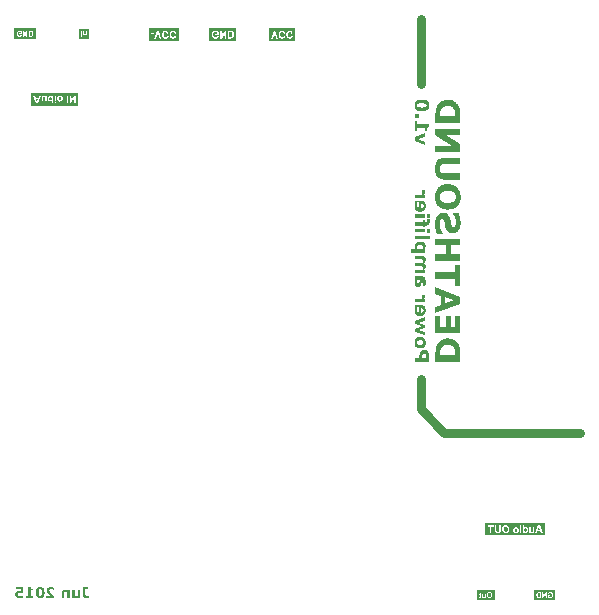
<source format=gbo>
%FSLAX25Y25*%
%MOIN*%
G70*
G01*
G75*
G04 Layer_Color=32896*
%ADD10R,0.04528X0.05315*%
G04:AMPARAMS|DCode=11|XSize=35.43mil|YSize=27.56mil|CornerRadius=6.89mil|HoleSize=0mil|Usage=FLASHONLY|Rotation=90.000|XOffset=0mil|YOffset=0mil|HoleType=Round|Shape=RoundedRectangle|*
%AMROUNDEDRECTD11*
21,1,0.03543,0.01378,0,0,90.0*
21,1,0.02165,0.02756,0,0,90.0*
1,1,0.01378,0.00689,0.01083*
1,1,0.01378,0.00689,-0.01083*
1,1,0.01378,-0.00689,-0.01083*
1,1,0.01378,-0.00689,0.01083*
%
%ADD11ROUNDEDRECTD11*%
G04:AMPARAMS|DCode=12|XSize=23.62mil|YSize=27.56mil|CornerRadius=5.91mil|HoleSize=0mil|Usage=FLASHONLY|Rotation=90.000|XOffset=0mil|YOffset=0mil|HoleType=Round|Shape=RoundedRectangle|*
%AMROUNDEDRECTD12*
21,1,0.02362,0.01575,0,0,90.0*
21,1,0.01181,0.02756,0,0,90.0*
1,1,0.01181,0.00787,0.00591*
1,1,0.01181,0.00787,-0.00591*
1,1,0.01181,-0.00787,-0.00591*
1,1,0.01181,-0.00787,0.00591*
%
%ADD12ROUNDEDRECTD12*%
%ADD13R,0.05315X0.04528*%
%ADD14R,0.03740X0.02559*%
G04:AMPARAMS|DCode=15|XSize=25.59mil|YSize=37.4mil|CornerRadius=0mil|HoleSize=0mil|Usage=FLASHONLY|Rotation=45.000|XOffset=0mil|YOffset=0mil|HoleType=Round|Shape=Rectangle|*
%AMROTATEDRECTD15*
4,1,4,0.00418,-0.02227,-0.02227,0.00418,-0.00418,0.02227,0.02227,-0.00418,0.00418,-0.02227,0.0*
%
%ADD15ROTATEDRECTD15*%

%ADD16O,0.02362X0.05709*%
%ADD17R,0.05512X0.04528*%
%ADD18R,0.06496X0.13386*%
%ADD19R,0.13386X0.06496*%
%ADD20C,0.03000*%
%ADD21C,0.02000*%
%ADD22C,0.02500*%
%ADD23C,0.05000*%
%ADD24C,0.15748*%
%ADD25O,0.07874X0.11811*%
%ADD26C,0.05906*%
%ADD27R,0.05906X0.05906*%
%ADD28O,0.05906X0.09843*%
%ADD29O,0.09843X0.05906*%
%ADD30C,0.07874*%
%ADD31R,0.05906X0.05906*%
%ADD32C,0.19685*%
%ADD33C,0.04000*%
%ADD34C,0.06000*%
%ADD35C,0.01969*%
%ADD36C,0.00984*%
%ADD37C,0.01000*%
%ADD38C,0.02362*%
%ADD39C,0.00787*%
%ADD40R,0.05328X0.06115*%
G04:AMPARAMS|DCode=41|XSize=43.43mil|YSize=35.56mil|CornerRadius=10.89mil|HoleSize=0mil|Usage=FLASHONLY|Rotation=90.000|XOffset=0mil|YOffset=0mil|HoleType=Round|Shape=RoundedRectangle|*
%AMROUNDEDRECTD41*
21,1,0.04343,0.01378,0,0,90.0*
21,1,0.02165,0.03556,0,0,90.0*
1,1,0.02178,0.00689,0.01083*
1,1,0.02178,0.00689,-0.01083*
1,1,0.02178,-0.00689,-0.01083*
1,1,0.02178,-0.00689,0.01083*
%
%ADD41ROUNDEDRECTD41*%
G04:AMPARAMS|DCode=42|XSize=31.62mil|YSize=35.56mil|CornerRadius=9.91mil|HoleSize=0mil|Usage=FLASHONLY|Rotation=90.000|XOffset=0mil|YOffset=0mil|HoleType=Round|Shape=RoundedRectangle|*
%AMROUNDEDRECTD42*
21,1,0.03162,0.01575,0,0,90.0*
21,1,0.01181,0.03556,0,0,90.0*
1,1,0.01981,0.00787,0.00591*
1,1,0.01981,0.00787,-0.00591*
1,1,0.01981,-0.00787,-0.00591*
1,1,0.01981,-0.00787,0.00591*
%
%ADD42ROUNDEDRECTD42*%
%ADD43R,0.06115X0.05328*%
%ADD44R,0.04540X0.03359*%
G04:AMPARAMS|DCode=45|XSize=33.59mil|YSize=45.4mil|CornerRadius=0mil|HoleSize=0mil|Usage=FLASHONLY|Rotation=45.000|XOffset=0mil|YOffset=0mil|HoleType=Round|Shape=Rectangle|*
%AMROTATEDRECTD45*
4,1,4,0.00418,-0.02793,-0.02793,0.00418,-0.00418,0.02793,0.02793,-0.00418,0.00418,-0.02793,0.0*
%
%ADD45ROTATEDRECTD45*%

%ADD46O,0.03162X0.06509*%
%ADD47R,0.06312X0.05328*%
%ADD48R,0.07296X0.14186*%
%ADD49R,0.14186X0.07296*%
%ADD50C,0.16548*%
%ADD51O,0.08674X0.12611*%
%ADD52C,0.06706*%
%ADD53R,0.06706X0.06706*%
%ADD54O,0.06706X0.10642*%
%ADD55O,0.10642X0.06706*%
%ADD56C,0.08674*%
%ADD57R,0.06706X0.06706*%
%ADD58C,0.20485*%
%ADD59C,0.04800*%
%ADD60C,0.06800*%
%ADD61C,0.02953*%
G36*
X145280Y96286D02*
X142831Y95687D01*
X145280Y94965D01*
Y93959D01*
X142831Y93207D01*
X145280Y92592D01*
Y91402D01*
X141732Y92484D01*
Y93713D01*
X144121Y94420D01*
X141732Y95142D01*
Y96348D01*
X145280Y97453D01*
Y96286D01*
D02*
G37*
G36*
X20472Y7531D02*
X20593Y7525D01*
X20702Y7514D01*
X20800Y7502D01*
X20886Y7485D01*
X20921Y7479D01*
X20950Y7474D01*
X20973Y7468D01*
X20990D01*
X21002Y7462D01*
X21007D01*
X21123Y7433D01*
X21220Y7405D01*
X21301Y7382D01*
X21370Y7359D01*
X21428Y7341D01*
X21468Y7324D01*
X21491Y7318D01*
X21497Y7312D01*
Y6535D01*
X21422D01*
X21267Y6627D01*
X21197Y6667D01*
X21128Y6702D01*
X21071Y6725D01*
X21025Y6742D01*
X20996Y6754D01*
X20984Y6759D01*
X20892Y6788D01*
X20811Y6811D01*
X20731Y6829D01*
X20662Y6840D01*
X20604Y6846D01*
X20564Y6852D01*
X20524D01*
X20420Y6846D01*
X20333Y6829D01*
X20258Y6811D01*
X20195Y6788D01*
X20143Y6759D01*
X20109Y6742D01*
X20086Y6725D01*
X20080Y6719D01*
X20028Y6667D01*
X19988Y6604D01*
X19965Y6540D01*
X19942Y6483D01*
X19930Y6431D01*
X19924Y6385D01*
Y6356D01*
Y6345D01*
X19930Y6270D01*
X19942Y6195D01*
X19965Y6126D01*
X19982Y6062D01*
X20005Y6011D01*
X20028Y5970D01*
X20040Y5947D01*
X20045Y5936D01*
X20097Y5855D01*
X20161Y5774D01*
X20230Y5694D01*
X20293Y5619D01*
X20356Y5550D01*
X20408Y5498D01*
X20443Y5463D01*
X20449Y5458D01*
X20454Y5452D01*
X20529Y5377D01*
X20616Y5302D01*
X20696Y5227D01*
X20777Y5158D01*
X20852Y5095D01*
X20909Y5049D01*
X20932Y5026D01*
X20950Y5014D01*
X20956Y5008D01*
X20961Y5003D01*
X21076Y4905D01*
X21192Y4818D01*
X21301Y4732D01*
X21393Y4663D01*
X21474Y4599D01*
X21537Y4553D01*
X21560Y4536D01*
X21577Y4524D01*
X21583Y4513D01*
X21589D01*
Y3937D01*
X18830D01*
Y4611D01*
X20408D01*
X20368Y4640D01*
X20322Y4674D01*
X20224Y4749D01*
X20178Y4784D01*
X20137Y4812D01*
X20114Y4836D01*
X20103Y4841D01*
X19942Y4968D01*
X19873Y5031D01*
X19804Y5089D01*
X19752Y5135D01*
X19705Y5175D01*
X19682Y5198D01*
X19671Y5210D01*
X19550Y5325D01*
X19446Y5440D01*
X19354Y5544D01*
X19285Y5636D01*
X19228Y5717D01*
X19187Y5774D01*
X19176Y5798D01*
X19164Y5815D01*
X19158Y5821D01*
Y5826D01*
X19101Y5942D01*
X19060Y6057D01*
X19032Y6160D01*
X19014Y6258D01*
X18997Y6345D01*
X18991Y6408D01*
Y6431D01*
Y6448D01*
Y6460D01*
Y6466D01*
X18997Y6558D01*
X19009Y6644D01*
X19026Y6731D01*
X19043Y6805D01*
X19072Y6875D01*
X19101Y6938D01*
X19135Y7001D01*
X19164Y7053D01*
X19199Y7099D01*
X19233Y7140D01*
X19262Y7174D01*
X19285Y7203D01*
X19308Y7226D01*
X19325Y7243D01*
X19337Y7249D01*
X19343Y7255D01*
X19412Y7307D01*
X19487Y7347D01*
X19561Y7387D01*
X19648Y7416D01*
X19815Y7468D01*
X19976Y7502D01*
X20051Y7514D01*
X20120Y7520D01*
X20184Y7531D01*
X20241D01*
X20287Y7537D01*
X20351D01*
X20472Y7531D01*
D02*
G37*
G36*
X185137Y24757D02*
X165257D01*
Y28943D01*
X185137D01*
Y24757D01*
D02*
G37*
G36*
X145088Y86548D02*
X145227Y86532D01*
X145342Y86510D01*
X145442Y86479D01*
X145526Y86448D01*
X145588Y86425D01*
X145626Y86410D01*
X145641Y86402D01*
X145749Y86340D01*
X145841Y86271D01*
X145918Y86195D01*
X145987Y86125D01*
X146041Y86064D01*
X146087Y86010D01*
X146110Y85980D01*
X146118Y85964D01*
X146217Y85780D01*
X146256Y85695D01*
X146294Y85611D01*
X146317Y85534D01*
X146333Y85480D01*
X146348Y85442D01*
Y85427D01*
X146379Y85304D01*
X146394Y85181D01*
X146409Y85050D01*
X146425Y84935D01*
Y84828D01*
X146432Y84743D01*
Y84712D01*
Y84689D01*
Y84674D01*
Y84666D01*
Y82677D01*
X141732D01*
Y83891D01*
X143261D01*
Y84643D01*
X143268Y84828D01*
X143284Y84996D01*
X143307Y85142D01*
X143330Y85265D01*
X143353Y85365D01*
X143376Y85442D01*
X143391Y85488D01*
X143399Y85503D01*
X143460Y85626D01*
X143529Y85749D01*
X143598Y85849D01*
X143668Y85941D01*
X143729Y86018D01*
X143775Y86079D01*
X143806Y86110D01*
X143821Y86125D01*
X143898Y86202D01*
X143983Y86264D01*
X144067Y86317D01*
X144144Y86364D01*
X144213Y86394D01*
X144274Y86417D01*
X144305Y86433D01*
X144320Y86440D01*
X144436Y86479D01*
X144551Y86510D01*
X144651Y86525D01*
X144750Y86540D01*
X144827Y86548D01*
X144889Y86556D01*
X144942D01*
X145088Y86548D01*
D02*
G37*
G36*
X143660Y90972D02*
X143806Y90956D01*
X143952Y90933D01*
X144082Y90903D01*
X144205Y90856D01*
X144320Y90818D01*
X144428Y90772D01*
X144520Y90726D01*
X144605Y90672D01*
X144674Y90626D01*
X144735Y90588D01*
X144789Y90549D01*
X144827Y90511D01*
X144858Y90488D01*
X144873Y90472D01*
X144881Y90465D01*
X144973Y90365D01*
X145050Y90257D01*
X145119Y90142D01*
X145173Y90027D01*
X145227Y89912D01*
X145265Y89789D01*
X145326Y89559D01*
X145350Y89451D01*
X145365Y89351D01*
X145373Y89267D01*
X145380Y89190D01*
X145388Y89128D01*
Y89075D01*
Y89044D01*
Y89036D01*
X145380Y88867D01*
X145365Y88714D01*
X145342Y88560D01*
X145311Y88422D01*
X145273Y88291D01*
X145227Y88176D01*
X145181Y88068D01*
X145134Y87976D01*
X145088Y87884D01*
X145042Y87815D01*
X144996Y87746D01*
X144958Y87692D01*
X144927Y87654D01*
X144904Y87623D01*
X144889Y87608D01*
X144881Y87600D01*
X144781Y87508D01*
X144681Y87431D01*
X144566Y87362D01*
X144451Y87308D01*
X144336Y87255D01*
X144228Y87216D01*
X144006Y87155D01*
X143898Y87139D01*
X143806Y87124D01*
X143721Y87108D01*
X143645Y87101D01*
X143583Y87093D01*
X143499D01*
X143337Y87101D01*
X143192Y87116D01*
X143053Y87139D01*
X142915Y87170D01*
X142792Y87208D01*
X142685Y87255D01*
X142577Y87300D01*
X142485Y87347D01*
X142401Y87393D01*
X142331Y87439D01*
X142270Y87485D01*
X142216Y87523D01*
X142178Y87554D01*
X142147Y87577D01*
X142132Y87592D01*
X142124Y87600D01*
X142040Y87700D01*
X141963Y87807D01*
X141894Y87923D01*
X141832Y88038D01*
X141786Y88161D01*
X141748Y88276D01*
X141686Y88506D01*
X141663Y88614D01*
X141648Y88714D01*
X141640Y88806D01*
X141632Y88883D01*
X141625Y88944D01*
Y88998D01*
Y89029D01*
Y89036D01*
X141632Y89205D01*
X141648Y89359D01*
X141671Y89512D01*
X141702Y89651D01*
X141740Y89773D01*
X141786Y89896D01*
X141824Y90004D01*
X141878Y90096D01*
X141924Y90180D01*
X141963Y90257D01*
X142009Y90319D01*
X142047Y90373D01*
X142078Y90411D01*
X142101Y90442D01*
X142116Y90457D01*
X142124Y90465D01*
X142224Y90557D01*
X142331Y90634D01*
X142439Y90703D01*
X142554Y90764D01*
X142669Y90810D01*
X142784Y90856D01*
X142999Y90918D01*
X143107Y90933D01*
X143199Y90948D01*
X143284Y90964D01*
X143353Y90972D01*
X143414Y90979D01*
X143499D01*
X143660Y90972D01*
D02*
G37*
G36*
X143837Y101608D02*
X143975Y101601D01*
X144105Y101578D01*
X144228Y101547D01*
X144336Y101516D01*
X144443Y101478D01*
X144536Y101439D01*
X144620Y101401D01*
X144697Y101355D01*
X144758Y101316D01*
X144820Y101278D01*
X144858Y101247D01*
X144896Y101217D01*
X144920Y101194D01*
X144935Y101186D01*
X144942Y101178D01*
X145019Y101094D01*
X145088Y100994D01*
X145150Y100894D01*
X145204Y100794D01*
X145242Y100687D01*
X145280Y100579D01*
X145334Y100364D01*
X145350Y100264D01*
X145365Y100172D01*
X145373Y100095D01*
X145380Y100019D01*
X145388Y99965D01*
Y99919D01*
Y99888D01*
Y99880D01*
X145380Y99711D01*
X145365Y99550D01*
X145342Y99397D01*
X145311Y99258D01*
X145265Y99120D01*
X145227Y99005D01*
X145181Y98890D01*
X145134Y98790D01*
X145081Y98705D01*
X145035Y98628D01*
X144996Y98559D01*
X144958Y98506D01*
X144920Y98460D01*
X144896Y98429D01*
X144881Y98413D01*
X144873Y98406D01*
X144774Y98314D01*
X144666Y98229D01*
X144551Y98160D01*
X144436Y98099D01*
X144320Y98045D01*
X144205Y97999D01*
X144098Y97960D01*
X143983Y97937D01*
X143883Y97914D01*
X143790Y97899D01*
X143706Y97884D01*
X143629Y97876D01*
X143568Y97868D01*
X143483D01*
X143322Y97876D01*
X143168Y97891D01*
X143030Y97922D01*
X142892Y97953D01*
X142769Y97999D01*
X142662Y98045D01*
X142554Y98099D01*
X142470Y98152D01*
X142385Y98198D01*
X142316Y98252D01*
X142254Y98298D01*
X142208Y98344D01*
X142170Y98375D01*
X142139Y98406D01*
X142124Y98421D01*
X142116Y98429D01*
X142032Y98544D01*
X141963Y98659D01*
X141894Y98790D01*
X141840Y98928D01*
X141794Y99059D01*
X141755Y99197D01*
X141702Y99458D01*
X141679Y99581D01*
X141663Y99696D01*
X141656Y99804D01*
X141648Y99888D01*
X141640Y99965D01*
Y100019D01*
Y100049D01*
Y100065D01*
Y100218D01*
X141648Y100356D01*
X141663Y100487D01*
X141679Y100595D01*
X141686Y100687D01*
X141702Y100756D01*
X141709Y100802D01*
Y100817D01*
X141740Y100948D01*
X141771Y101071D01*
X141809Y101194D01*
X141848Y101309D01*
X141878Y101409D01*
X141909Y101478D01*
X141917Y101508D01*
X141924Y101532D01*
X141932Y101539D01*
Y101547D01*
X142846D01*
Y101416D01*
X142792Y101340D01*
X142738Y101247D01*
X142692Y101155D01*
X142646Y101071D01*
X142608Y100994D01*
X142585Y100933D01*
X142569Y100894D01*
X142562Y100886D01*
Y100879D01*
X142516Y100748D01*
X142485Y100625D01*
X142462Y100510D01*
X142446Y100403D01*
X142439Y100311D01*
X142431Y100241D01*
Y100195D01*
Y100188D01*
Y100180D01*
X142439Y99980D01*
X142462Y99804D01*
X142500Y99658D01*
X142539Y99535D01*
X142577Y99443D01*
X142615Y99374D01*
X142639Y99335D01*
X142646Y99320D01*
X142738Y99220D01*
X142838Y99151D01*
X142946Y99089D01*
X143053Y99051D01*
X143145Y99028D01*
X143222Y99013D01*
X143253D01*
X143276Y99005D01*
X143291D01*
Y101616D01*
X143683D01*
X143837Y101608D01*
D02*
G37*
G36*
X144267Y117944D02*
X144466Y117913D01*
X144635Y117867D01*
X144774Y117813D01*
X144835Y117782D01*
X144881Y117752D01*
X144927Y117729D01*
X144966Y117706D01*
X144989Y117690D01*
X145012Y117675D01*
X145027Y117660D01*
X145088Y117598D01*
X145142Y117537D01*
X145227Y117399D01*
X145288Y117253D01*
X145326Y117107D01*
X145357Y116984D01*
X145365Y116930D01*
Y116876D01*
X145373Y116838D01*
Y116807D01*
Y116792D01*
Y116784D01*
X145365Y116669D01*
X145350Y116554D01*
X145319Y116454D01*
X145288Y116354D01*
X145257Y116270D01*
X145227Y116208D01*
X145211Y116170D01*
X145204Y116154D01*
X145134Y116031D01*
X145065Y115916D01*
X144989Y115801D01*
X144920Y115701D01*
X144850Y115617D01*
X144797Y115555D01*
X144766Y115509D01*
X144750Y115501D01*
Y115494D01*
X144858Y115432D01*
X144950Y115363D01*
X145035Y115294D01*
X145096Y115225D01*
X145150Y115164D01*
X145181Y115118D01*
X145204Y115087D01*
X145211Y115071D01*
X145265Y114972D01*
X145303Y114864D01*
X145334Y114757D01*
X145350Y114664D01*
X145365Y114580D01*
X145373Y114518D01*
Y114472D01*
Y114465D01*
Y114457D01*
X145365Y114342D01*
X145350Y114227D01*
X145334Y114127D01*
X145311Y114042D01*
X145280Y113965D01*
X145265Y113912D01*
X145250Y113881D01*
X145242Y113866D01*
X145188Y113766D01*
X145134Y113666D01*
X145073Y113574D01*
X145012Y113482D01*
X144958Y113412D01*
X144920Y113359D01*
X144889Y113320D01*
X144881Y113305D01*
X145280D01*
Y112168D01*
X141732D01*
Y113305D01*
X144236D01*
X144290Y113397D01*
X144336Y113489D01*
X144359Y113528D01*
X144367Y113558D01*
X144382Y113574D01*
Y113582D01*
X144420Y113704D01*
X144443Y113804D01*
X144451Y113850D01*
Y113881D01*
Y113904D01*
Y113912D01*
Y113988D01*
X144443Y114050D01*
X144436Y114104D01*
X144428Y114150D01*
X144413Y114188D01*
X144405Y114211D01*
X144397Y114227D01*
Y114234D01*
X144351Y114311D01*
X144290Y114365D01*
X144244Y114403D01*
X144236Y114411D01*
X144228D01*
X144136Y114442D01*
X144036Y114465D01*
X143990Y114472D01*
X143959Y114480D01*
X143929D01*
X143790Y114488D01*
X143714Y114495D01*
X141732D01*
Y115632D01*
X144236D01*
X144313Y115763D01*
X144336Y115824D01*
X144359Y115870D01*
X144374Y115909D01*
X144390Y115939D01*
X144397Y115955D01*
Y115962D01*
X144428Y116062D01*
X144443Y116154D01*
X144451Y116185D01*
Y116216D01*
Y116231D01*
Y116239D01*
Y116316D01*
X144443Y116385D01*
X144436Y116438D01*
X144428Y116484D01*
X144413Y116523D01*
X144405Y116546D01*
X144397Y116561D01*
Y116569D01*
X144351Y116646D01*
X144290Y116700D01*
X144244Y116730D01*
X144236Y116738D01*
X144228D01*
X144136Y116776D01*
X144036Y116799D01*
X143998D01*
X143967Y116807D01*
X143936D01*
X143867Y116815D01*
X143790D01*
X143721Y116823D01*
X141732D01*
Y117959D01*
X144036D01*
X144267Y117944D01*
D02*
G37*
G36*
X143706Y122713D02*
X143852Y122705D01*
X143990Y122690D01*
X144113Y122659D01*
X144236Y122636D01*
X144343Y122606D01*
X144443Y122567D01*
X144536Y122536D01*
X144612Y122498D01*
X144681Y122467D01*
X144743Y122429D01*
X144789Y122406D01*
X144827Y122383D01*
X144858Y122360D01*
X144873Y122352D01*
X144881Y122344D01*
X144966Y122275D01*
X145042Y122191D01*
X145112Y122114D01*
X145165Y122029D01*
X145211Y121945D01*
X145250Y121861D01*
X145311Y121692D01*
X145350Y121546D01*
X145357Y121476D01*
X145365Y121423D01*
X145373Y121377D01*
Y121346D01*
Y121323D01*
Y121315D01*
X145365Y121185D01*
X145350Y121062D01*
X145334Y120954D01*
X145311Y120862D01*
X145280Y120785D01*
X145265Y120724D01*
X145250Y120693D01*
X145242Y120678D01*
X145196Y120578D01*
X145134Y120478D01*
X145081Y120394D01*
X145027Y120309D01*
X144981Y120248D01*
X144942Y120194D01*
X144912Y120163D01*
X144904Y120148D01*
X145280D01*
Y119011D01*
X140434D01*
Y120148D01*
X141909D01*
X141832Y120309D01*
X141794Y120378D01*
X141771Y120447D01*
X141748Y120501D01*
X141740Y120540D01*
X141725Y120570D01*
Y120578D01*
X141702Y120662D01*
X141686Y120747D01*
X141679Y120839D01*
X141671Y120916D01*
X141663Y120985D01*
Y121046D01*
Y121077D01*
Y121092D01*
X141671Y121215D01*
X141686Y121331D01*
X141702Y121431D01*
X141725Y121523D01*
X141748Y121599D01*
X141771Y121661D01*
X141778Y121692D01*
X141786Y121707D01*
X141840Y121815D01*
X141894Y121914D01*
X141955Y121999D01*
X142016Y122076D01*
X142070Y122145D01*
X142116Y122191D01*
X142147Y122222D01*
X142155Y122229D01*
X142247Y122306D01*
X142347Y122375D01*
X142446Y122436D01*
X142539Y122490D01*
X142623Y122529D01*
X142685Y122559D01*
X142731Y122575D01*
X142746Y122582D01*
X142884Y122628D01*
X143023Y122659D01*
X143161Y122690D01*
X143284Y122705D01*
X143391Y122713D01*
X143476Y122721D01*
X143552D01*
X143706Y122713D01*
D02*
G37*
G36*
X11158Y5475D02*
X11054D01*
X10939Y5498D01*
X10881Y5509D01*
X10829Y5521D01*
X10783Y5533D01*
X10749Y5538D01*
X10720Y5544D01*
X10714D01*
X10564Y5567D01*
X10495Y5573D01*
X10432Y5579D01*
X10380Y5584D01*
X10300D01*
X10184Y5579D01*
X10132Y5573D01*
X10081D01*
X10035Y5567D01*
X10000Y5561D01*
X9977Y5556D01*
X9971D01*
X9908Y5544D01*
X9844Y5533D01*
X9793Y5515D01*
X9747Y5498D01*
X9712Y5481D01*
X9683Y5463D01*
X9666Y5458D01*
X9660Y5452D01*
X9602Y5406D01*
X9556Y5360D01*
X9528Y5325D01*
X9516Y5314D01*
Y5308D01*
X9482Y5239D01*
X9464Y5170D01*
X9459Y5141D01*
Y5118D01*
Y5100D01*
Y5095D01*
Y5037D01*
X9464Y4991D01*
X9470Y4951D01*
X9482Y4916D01*
X9487Y4893D01*
X9499Y4876D01*
X9505Y4864D01*
Y4859D01*
X9539Y4801D01*
X9579Y4755D01*
X9614Y4720D01*
X9620Y4715D01*
X9625Y4709D01*
X9666Y4674D01*
X9712Y4651D01*
X9804Y4611D01*
X9844Y4599D01*
X9879Y4588D01*
X9902Y4582D01*
X9908D01*
X10029Y4565D01*
X10086Y4559D01*
X10132D01*
X10173Y4553D01*
X10230D01*
X10323Y4559D01*
X10415Y4565D01*
X10495Y4576D01*
X10570Y4594D01*
X10633Y4611D01*
X10685Y4622D01*
X10714Y4628D01*
X10720Y4634D01*
X10726D01*
X10818Y4668D01*
X10904Y4703D01*
X10979Y4743D01*
X11054Y4778D01*
X11112Y4807D01*
X11152Y4830D01*
X11181Y4847D01*
X11192Y4853D01*
X11290D01*
Y4070D01*
X11215Y4041D01*
X11140Y4012D01*
X11060Y3989D01*
X10985Y3972D01*
X10916Y3954D01*
X10864Y3943D01*
X10829Y3931D01*
X10818D01*
X10703Y3908D01*
X10582Y3897D01*
X10461Y3879D01*
X10346Y3874D01*
X10248Y3868D01*
X10207D01*
X10167Y3862D01*
X10098D01*
X9965Y3868D01*
X9844Y3874D01*
X9735Y3891D01*
X9637Y3908D01*
X9562Y3920D01*
X9505Y3937D01*
X9482Y3943D01*
X9464D01*
X9459Y3949D01*
X9453D01*
X9349Y3983D01*
X9251Y4029D01*
X9165Y4070D01*
X9096Y4116D01*
X9032Y4150D01*
X8992Y4185D01*
X8963Y4208D01*
X8952Y4214D01*
X8883Y4277D01*
X8819Y4346D01*
X8767Y4415D01*
X8721Y4479D01*
X8692Y4536D01*
X8664Y4576D01*
X8652Y4605D01*
X8646Y4617D01*
X8612Y4709D01*
X8589Y4795D01*
X8566Y4882D01*
X8554Y4962D01*
X8548Y5031D01*
X8543Y5083D01*
Y5118D01*
Y5124D01*
Y5129D01*
X8548Y5244D01*
X8560Y5348D01*
X8583Y5440D01*
X8606Y5521D01*
X8629Y5579D01*
X8652Y5625D01*
X8664Y5654D01*
X8669Y5665D01*
X8715Y5740D01*
X8773Y5809D01*
X8831Y5867D01*
X8883Y5918D01*
X8929Y5959D01*
X8969Y5988D01*
X8992Y6005D01*
X9003Y6011D01*
X9067Y6045D01*
X9136Y6074D01*
X9205Y6103D01*
X9263Y6126D01*
X9320Y6143D01*
X9361Y6155D01*
X9389Y6166D01*
X9401D01*
X9487Y6183D01*
X9579Y6201D01*
X9666Y6212D01*
X9747Y6218D01*
X9821Y6224D01*
X10052D01*
X10081Y6218D01*
X10121D01*
X10196Y6212D01*
X10253D01*
X10276Y6207D01*
X10305D01*
Y6788D01*
X8646D01*
Y7462D01*
X11158D01*
Y5475D01*
D02*
G37*
G36*
X145280Y104949D02*
Y104903D01*
Y104872D01*
Y104857D01*
X145288Y104803D01*
Y104757D01*
Y104727D01*
Y104719D01*
X145280Y104634D01*
X145273Y104542D01*
X145257Y104458D01*
X145234Y104381D01*
X145211Y104312D01*
X145196Y104258D01*
X145188Y104227D01*
X145181Y104212D01*
X145134Y104104D01*
X145073Y103997D01*
X145004Y103882D01*
X144935Y103782D01*
X144866Y103690D01*
X144812Y103621D01*
X144774Y103575D01*
X144766Y103567D01*
X144758Y103559D01*
X145280D01*
Y102422D01*
X141732D01*
Y103559D01*
X144098D01*
X144144Y103713D01*
X144167Y103782D01*
X144182Y103843D01*
X144190Y103889D01*
X144198Y103928D01*
X144205Y103951D01*
Y103958D01*
X144228Y104104D01*
X144236Y104174D01*
Y104243D01*
X144244Y104304D01*
Y104350D01*
Y104381D01*
Y104388D01*
Y104473D01*
X144236Y104565D01*
Y104604D01*
X144228Y104634D01*
Y104650D01*
Y104657D01*
X144221Y104711D01*
X144213Y104765D01*
Y104803D01*
X144205Y104834D01*
X144198Y104872D01*
X144190Y104888D01*
Y104995D01*
X145273D01*
X145280Y104949D01*
D02*
G37*
G36*
X144259Y111116D02*
X144367Y111109D01*
X144474Y111085D01*
X144566Y111055D01*
X144651Y111024D01*
X144728Y110986D01*
X144797Y110947D01*
X144858Y110909D01*
X144958Y110824D01*
X145035Y110755D01*
X145058Y110724D01*
X145073Y110702D01*
X145088Y110694D01*
Y110686D01*
X145142Y110602D01*
X145188Y110502D01*
X145227Y110394D01*
X145265Y110287D01*
X145319Y110056D01*
X145350Y109826D01*
X145365Y109719D01*
X145373Y109619D01*
X145380Y109527D01*
Y109450D01*
X145388Y109380D01*
Y109335D01*
Y109296D01*
Y109288D01*
Y109135D01*
X145380Y108989D01*
X145365Y108851D01*
X145357Y108728D01*
X145342Y108628D01*
X145326Y108543D01*
Y108513D01*
X145319Y108490D01*
Y108482D01*
Y108474D01*
X145296Y108336D01*
X145273Y108213D01*
X145257Y108113D01*
X145242Y108036D01*
X145227Y107975D01*
X145219Y107929D01*
X145211Y107906D01*
Y107898D01*
X144367D01*
Y107998D01*
X144390Y108060D01*
X144413Y108129D01*
X144466Y108275D01*
X144489Y108344D01*
X144505Y108397D01*
X144512Y108436D01*
X144520Y108451D01*
X144551Y108566D01*
X144582Y108682D01*
X144597Y108782D01*
X144605Y108874D01*
X144612Y108943D01*
X144620Y109004D01*
Y109035D01*
Y109050D01*
X144612Y109212D01*
X144605Y109358D01*
X144582Y109480D01*
X144559Y109580D01*
X144536Y109657D01*
X144520Y109711D01*
X144505Y109749D01*
X144497Y109757D01*
X144443Y109834D01*
X144382Y109895D01*
X144313Y109933D01*
X144244Y109964D01*
X144182Y109980D01*
X144128Y109995D01*
X144067D01*
X144052Y109811D01*
X144036Y109634D01*
X144021Y109473D01*
X144013Y109327D01*
X143998Y109204D01*
X143990Y109150D01*
X143983Y109112D01*
Y109073D01*
X143975Y109050D01*
Y109035D01*
Y109027D01*
X143952Y108858D01*
X143921Y108712D01*
X143883Y108582D01*
X143852Y108467D01*
X143821Y108375D01*
X143798Y108305D01*
X143783Y108267D01*
X143775Y108252D01*
X143714Y108144D01*
X143652Y108044D01*
X143591Y107960D01*
X143522Y107891D01*
X143468Y107829D01*
X143422Y107791D01*
X143391Y107768D01*
X143384Y107760D01*
X143284Y107706D01*
X143184Y107660D01*
X143076Y107630D01*
X142976Y107614D01*
X142884Y107599D01*
X142815Y107591D01*
X142746D01*
X142654Y107599D01*
X142569Y107606D01*
X142416Y107645D01*
X142278Y107699D01*
X142162Y107760D01*
X142070Y107822D01*
X142001Y107875D01*
X141963Y107914D01*
X141955Y107929D01*
X141947D01*
X141848Y108060D01*
X141771Y108205D01*
X141717Y108344D01*
X141679Y108482D01*
X141656Y108597D01*
X141648Y108643D01*
Y108689D01*
X141640Y108728D01*
Y108751D01*
Y108766D01*
Y108774D01*
X141648Y108920D01*
X141656Y108989D01*
X141663Y109043D01*
Y109089D01*
X141671Y109127D01*
X141679Y109150D01*
Y109158D01*
X141709Y109288D01*
X141725Y109350D01*
X141740Y109404D01*
X141755Y109450D01*
X141771Y109480D01*
X141778Y109503D01*
Y109511D01*
X141832Y109603D01*
X141878Y109680D01*
X141901Y109719D01*
X141917Y109741D01*
X141932Y109757D01*
Y109765D01*
X142001Y109857D01*
X142055Y109933D01*
X142086Y109980D01*
X142101Y109987D01*
Y109995D01*
X141732D01*
Y111124D01*
X144144D01*
X144259Y111116D01*
D02*
G37*
G36*
X144297Y170054D02*
X144497Y170046D01*
X144674Y170031D01*
X144827Y170008D01*
X144896Y170000D01*
X144950Y169985D01*
X145004Y169977D01*
X145050Y169970D01*
X145081Y169962D01*
X145104D01*
X145119Y169954D01*
X145127D01*
X145288Y169908D01*
X145442Y169854D01*
X145572Y169801D01*
X145680Y169747D01*
X145772Y169693D01*
X145841Y169655D01*
X145879Y169624D01*
X145895Y169616D01*
X146002Y169524D01*
X146102Y169424D01*
X146187Y169325D01*
X146248Y169232D01*
X146302Y169148D01*
X146340Y169079D01*
X146363Y169033D01*
X146371Y169025D01*
Y169017D01*
X146425Y168871D01*
X146463Y168718D01*
X146494Y168572D01*
X146509Y168426D01*
X146525Y168303D01*
Y168249D01*
X146532Y168203D01*
Y168165D01*
Y168134D01*
Y168119D01*
Y168111D01*
X146525Y167927D01*
X146509Y167758D01*
X146478Y167604D01*
X146456Y167474D01*
X146425Y167366D01*
X146394Y167289D01*
X146386Y167259D01*
X146379Y167236D01*
X146371Y167228D01*
Y167220D01*
X146310Y167090D01*
X146233Y166967D01*
X146156Y166867D01*
X146087Y166775D01*
X146018Y166706D01*
X145964Y166652D01*
X145926Y166621D01*
X145910Y166613D01*
X145787Y166529D01*
X145657Y166460D01*
X145526Y166399D01*
X145411Y166352D01*
X145303Y166314D01*
X145219Y166291D01*
X145188Y166283D01*
X145165Y166276D01*
X145150Y166268D01*
X145142D01*
X144966Y166237D01*
X144789Y166214D01*
X144605Y166191D01*
X144443Y166183D01*
X144297Y166176D01*
X144236Y166168D01*
X144082D01*
X143867Y166176D01*
X143668Y166183D01*
X143483Y166199D01*
X143330Y166222D01*
X143261Y166229D01*
X143199Y166237D01*
X143145Y166245D01*
X143107Y166253D01*
X143069Y166260D01*
X143046D01*
X143030Y166268D01*
X143023D01*
X142861Y166314D01*
X142708Y166368D01*
X142577Y166421D01*
X142470Y166475D01*
X142377Y166529D01*
X142308Y166567D01*
X142270Y166598D01*
X142254Y166606D01*
X142147Y166698D01*
X142055Y166798D01*
X141970Y166898D01*
X141909Y166990D01*
X141855Y167074D01*
X141817Y167143D01*
X141794Y167190D01*
X141786Y167197D01*
Y167205D01*
X141732Y167351D01*
X141694Y167504D01*
X141671Y167658D01*
X141656Y167796D01*
X141640Y167927D01*
Y167981D01*
X141632Y168019D01*
Y168057D01*
Y168088D01*
Y168103D01*
Y168111D01*
X141640Y168303D01*
X141656Y168480D01*
X141679Y168633D01*
X141709Y168764D01*
X141740Y168864D01*
X141763Y168948D01*
X141771Y168971D01*
X141778Y168994D01*
X141786Y169002D01*
Y169010D01*
X141848Y169140D01*
X141924Y169263D01*
X142001Y169363D01*
X142078Y169455D01*
X142139Y169524D01*
X142193Y169570D01*
X142232Y169609D01*
X142247Y169616D01*
X142370Y169701D01*
X142493Y169770D01*
X142623Y169824D01*
X142746Y169870D01*
X142854Y169908D01*
X142938Y169931D01*
X142969Y169947D01*
X142992D01*
X143007Y169954D01*
X143015D01*
X143199Y169993D01*
X143384Y170016D01*
X143560Y170039D01*
X143729Y170046D01*
X143867Y170054D01*
X143929Y170062D01*
X144082D01*
X144297Y170054D01*
D02*
G37*
G36*
X168341Y3115D02*
X162368D01*
Y6648D01*
X168341D01*
Y3115D01*
D02*
G37*
G36*
X62971Y189561D02*
X53171D01*
Y193743D01*
X62971D01*
Y189561D01*
D02*
G37*
G36*
X15402Y190202D02*
X8220D01*
Y193735D01*
X15402D01*
Y190202D01*
D02*
G37*
G36*
X33276Y190234D02*
X29717D01*
Y193701D01*
X33276D01*
Y190234D01*
D02*
G37*
G36*
X29537Y167950D02*
X13770D01*
Y172093D01*
X29537D01*
Y167950D01*
D02*
G37*
G36*
X188630Y3115D02*
X181448D01*
Y6648D01*
X188630D01*
Y3115D01*
D02*
G37*
G36*
X142554Y161883D02*
X146448D01*
Y160838D01*
X146317Y160815D01*
X146264Y160800D01*
X146217Y160784D01*
X146179Y160769D01*
X146148Y160754D01*
X146133Y160746D01*
X146125Y160738D01*
X146079Y160708D01*
X146041Y160669D01*
X145979Y160585D01*
X145956Y160554D01*
X145941Y160523D01*
X145926Y160500D01*
Y160493D01*
X145879Y160377D01*
X145856Y160270D01*
X145841Y160224D01*
Y160185D01*
X145833Y160155D01*
Y160147D01*
X145818Y159993D01*
Y159916D01*
X145810Y159855D01*
Y159801D01*
Y159755D01*
Y159724D01*
Y159717D01*
X145042D01*
Y160708D01*
X142554D01*
Y159717D01*
X141732D01*
Y162850D01*
X142554D01*
Y161883D01*
D02*
G37*
G36*
X142976Y164056D02*
X141732D01*
Y165239D01*
X142976D01*
Y164056D01*
D02*
G37*
G36*
X145280Y157613D02*
X142823Y156799D01*
X145280Y155969D01*
Y154771D01*
X141732Y156123D01*
Y157413D01*
X145280Y158788D01*
Y157613D01*
D02*
G37*
G36*
X82282Y189561D02*
X73230D01*
Y193747D01*
X82282D01*
Y189561D01*
D02*
G37*
G36*
X101855D02*
X93027D01*
Y193743D01*
X101855D01*
Y189561D01*
D02*
G37*
G36*
X30217Y4859D02*
X30206Y4686D01*
X30183Y4530D01*
X30160Y4467D01*
X30143Y4404D01*
X30120Y4346D01*
X30097Y4300D01*
X30079Y4254D01*
X30056Y4214D01*
X30033Y4185D01*
X30016Y4156D01*
X30004Y4139D01*
X29993Y4121D01*
X29981Y4116D01*
Y4110D01*
X29935Y4064D01*
X29884Y4029D01*
X29774Y3966D01*
X29665Y3920D01*
X29555Y3891D01*
X29452Y3868D01*
X29411Y3862D01*
X29377D01*
X29342Y3856D01*
X29302D01*
X29204Y3862D01*
X29112Y3874D01*
X29037Y3885D01*
X28968Y3903D01*
X28910Y3920D01*
X28870Y3937D01*
X28847Y3943D01*
X28835Y3949D01*
X28760Y3989D01*
X28685Y4029D01*
X28611Y4075D01*
X28541Y4121D01*
X28484Y4156D01*
X28438Y4190D01*
X28409Y4214D01*
X28397Y4219D01*
Y3937D01*
X27545D01*
Y6598D01*
X28397D01*
Y4703D01*
X28490Y4651D01*
X28536Y4634D01*
X28576Y4617D01*
X28611Y4605D01*
X28634Y4594D01*
X28651Y4588D01*
X28657D01*
X28749Y4565D01*
X28789Y4559D01*
X28829Y4553D01*
X28858Y4548D01*
X28956D01*
X29008Y4553D01*
X29054Y4559D01*
X29089Y4571D01*
X29117Y4576D01*
X29140Y4582D01*
X29152Y4588D01*
X29158D01*
X29215Y4622D01*
X29261Y4668D01*
X29284Y4703D01*
X29296Y4709D01*
Y4715D01*
X29325Y4784D01*
X29342Y4859D01*
X29348Y4887D01*
X29354Y4910D01*
Y4928D01*
Y4933D01*
X29359Y4985D01*
Y5043D01*
Y5100D01*
X29365Y5158D01*
Y5204D01*
Y5239D01*
Y5262D01*
Y5273D01*
Y6598D01*
X30217D01*
Y4859D01*
D02*
G37*
G36*
X156853Y107788D02*
X155266D01*
Y110357D01*
X148622D01*
Y112482D01*
X155266D01*
Y115051D01*
X156853D01*
Y107788D01*
D02*
G37*
G36*
X16993Y7531D02*
X17119Y7520D01*
X17234Y7497D01*
X17332Y7479D01*
X17413Y7456D01*
X17471Y7433D01*
X17494Y7428D01*
X17511Y7422D01*
X17517Y7416D01*
X17523D01*
X17620Y7370D01*
X17713Y7312D01*
X17787Y7255D01*
X17857Y7203D01*
X17908Y7151D01*
X17949Y7111D01*
X17972Y7082D01*
X17977Y7070D01*
X18041Y6978D01*
X18093Y6880D01*
X18139Y6782D01*
X18173Y6696D01*
X18202Y6615D01*
X18219Y6552D01*
X18225Y6529D01*
X18231Y6512D01*
X18237Y6500D01*
Y6494D01*
X18260Y6362D01*
X18277Y6230D01*
X18294Y6091D01*
X18300Y5970D01*
X18306Y5861D01*
X18312Y5815D01*
Y5774D01*
Y5746D01*
Y5723D01*
Y5705D01*
Y5700D01*
X18306Y5538D01*
X18300Y5389D01*
X18289Y5250D01*
X18271Y5135D01*
X18266Y5083D01*
X18260Y5037D01*
X18254Y4997D01*
X18248Y4968D01*
X18243Y4939D01*
Y4922D01*
X18237Y4910D01*
Y4905D01*
X18202Y4784D01*
X18162Y4668D01*
X18122Y4571D01*
X18081Y4490D01*
X18041Y4421D01*
X18012Y4369D01*
X17989Y4340D01*
X17983Y4329D01*
X17914Y4248D01*
X17839Y4179D01*
X17764Y4116D01*
X17695Y4070D01*
X17632Y4029D01*
X17580Y4000D01*
X17546Y3983D01*
X17540Y3977D01*
X17534D01*
X17425Y3937D01*
X17309Y3908D01*
X17194Y3891D01*
X17090Y3879D01*
X16993Y3868D01*
X16952D01*
X16924Y3862D01*
X16854D01*
X16710Y3868D01*
X16578Y3879D01*
X16463Y3897D01*
X16365Y3920D01*
X16290Y3943D01*
X16227Y3960D01*
X16209Y3966D01*
X16192Y3972D01*
X16186Y3977D01*
X16180D01*
X16082Y4023D01*
X15990Y4081D01*
X15915Y4139D01*
X15846Y4196D01*
X15795Y4242D01*
X15760Y4283D01*
X15731Y4311D01*
X15725Y4323D01*
X15662Y4415D01*
X15610Y4507D01*
X15570Y4605D01*
X15535Y4697D01*
X15507Y4778D01*
X15489Y4841D01*
X15478Y4864D01*
Y4882D01*
X15472Y4893D01*
Y4899D01*
X15443Y5037D01*
X15426Y5175D01*
X15409Y5308D01*
X15403Y5435D01*
X15397Y5538D01*
X15391Y5584D01*
Y5625D01*
Y5659D01*
Y5682D01*
Y5694D01*
Y5700D01*
X15397Y5861D01*
X15403Y6011D01*
X15414Y6143D01*
X15432Y6258D01*
X15437Y6310D01*
X15449Y6351D01*
X15455Y6391D01*
X15460Y6425D01*
X15466Y6448D01*
Y6466D01*
X15472Y6477D01*
Y6483D01*
X15507Y6604D01*
X15547Y6719D01*
X15587Y6817D01*
X15628Y6898D01*
X15668Y6967D01*
X15697Y7019D01*
X15720Y7047D01*
X15725Y7059D01*
X15795Y7140D01*
X15869Y7214D01*
X15944Y7278D01*
X16013Y7324D01*
X16077Y7364D01*
X16129Y7393D01*
X16163Y7410D01*
X16169Y7416D01*
X16175D01*
X16284Y7456D01*
X16399Y7485D01*
X16509Y7508D01*
X16618Y7520D01*
X16710Y7531D01*
X16751D01*
X16785Y7537D01*
X16854D01*
X16993Y7531D01*
D02*
G37*
G36*
X156853Y121588D02*
X153841D01*
Y118454D01*
X156853D01*
Y116329D01*
X148622D01*
Y118454D01*
X152253D01*
Y121588D01*
X148622D01*
Y123713D01*
X156853D01*
Y121588D01*
D02*
G37*
G36*
Y92079D02*
X148622D01*
Y98037D01*
X150209D01*
Y94204D01*
X152253D01*
Y97755D01*
X153841D01*
Y94204D01*
X155266D01*
Y98037D01*
X156853D01*
Y92079D01*
D02*
G37*
G36*
Y104372D02*
Y101938D01*
X148622Y98898D01*
Y101036D01*
X150303Y101628D01*
Y104628D01*
X148622Y105206D01*
Y107425D01*
X156853Y104372D01*
D02*
G37*
G36*
X13675Y7376D02*
X13686Y7335D01*
X13698Y7301D01*
X13709Y7272D01*
X13721Y7249D01*
X13727Y7237D01*
X13732Y7232D01*
X13756Y7197D01*
X13784Y7168D01*
X13848Y7122D01*
X13871Y7105D01*
X13894Y7094D01*
X13911Y7082D01*
X13917D01*
X14003Y7047D01*
X14084Y7030D01*
X14118Y7019D01*
X14147D01*
X14170Y7013D01*
X14176D01*
X14291Y7001D01*
X14349D01*
X14395Y6996D01*
X14499D01*
Y6420D01*
X13756D01*
Y4553D01*
X14499D01*
Y3937D01*
X12148D01*
Y4553D01*
X12874D01*
Y7474D01*
X13658D01*
X13675Y7376D01*
D02*
G37*
G36*
X153087Y141857D02*
X153437Y141817D01*
X153760Y141763D01*
X154056Y141696D01*
X154338Y141602D01*
X154594Y141507D01*
X154836Y141400D01*
X155051Y141306D01*
X155239Y141198D01*
X155401Y141091D01*
X155549Y140996D01*
X155656Y140902D01*
X155751Y140835D01*
X155818Y140781D01*
X155858Y140741D01*
X155872Y140727D01*
X156073Y140512D01*
X156248Y140270D01*
X156410Y140015D01*
X156544Y139759D01*
X156652Y139503D01*
X156746Y139248D01*
X156826Y138992D01*
X156880Y138750D01*
X156934Y138508D01*
X156961Y138293D01*
X156988Y138105D01*
X157015Y137930D01*
Y137795D01*
X157028Y137701D01*
Y137634D01*
Y137607D01*
X157015Y137244D01*
X156974Y136908D01*
X156921Y136585D01*
X156853Y136275D01*
X156759Y136006D01*
X156665Y135751D01*
X156558Y135509D01*
X156450Y135307D01*
X156342Y135119D01*
X156235Y134944D01*
X156141Y134809D01*
X156046Y134688D01*
X155979Y134608D01*
X155925Y134540D01*
X155885Y134500D01*
X155872Y134487D01*
X155643Y134285D01*
X155401Y134123D01*
X155159Y133976D01*
X154890Y133841D01*
X154634Y133733D01*
X154365Y133639D01*
X154110Y133572D01*
X153868Y133505D01*
X153626Y133464D01*
X153410Y133424D01*
X153222Y133411D01*
X153060Y133384D01*
X152913D01*
X152819Y133370D01*
X152724D01*
X152361Y133384D01*
X152025Y133424D01*
X151702Y133478D01*
X151406Y133545D01*
X151137Y133626D01*
X150868Y133720D01*
X150640Y133827D01*
X150424Y133935D01*
X150236Y134029D01*
X150075Y134137D01*
X149927Y134231D01*
X149819Y134312D01*
X149725Y134379D01*
X149658Y134433D01*
X149617Y134473D01*
X149604Y134487D01*
X149402Y134702D01*
X149227Y134944D01*
X149066Y135199D01*
X148931Y135455D01*
X148824Y135711D01*
X148730Y135966D01*
X148649Y136222D01*
X148595Y136477D01*
X148541Y136706D01*
X148514Y136921D01*
X148488Y137109D01*
X148461Y137284D01*
Y137419D01*
X148447Y137526D01*
Y137580D01*
Y137607D01*
X148461Y137970D01*
X148501Y138320D01*
X148555Y138643D01*
X148622Y138938D01*
X148716Y139221D01*
X148810Y139477D01*
X148918Y139719D01*
X149025Y139920D01*
X149133Y140109D01*
X149241Y140284D01*
X149335Y140418D01*
X149429Y140539D01*
X149496Y140620D01*
X149550Y140687D01*
X149591Y140727D01*
X149604Y140741D01*
X149832Y140943D01*
X150075Y141117D01*
X150317Y141265D01*
X150586Y141400D01*
X150841Y141507D01*
X151097Y141602D01*
X151352Y141669D01*
X151594Y141736D01*
X151823Y141777D01*
X152038Y141817D01*
X152240Y141830D01*
X152401Y141857D01*
X152536D01*
X152644Y141871D01*
X152724D01*
X153087Y141857D01*
D02*
G37*
G36*
X156853Y148582D02*
X151702D01*
X151393Y148569D01*
X151124Y148528D01*
X150909Y148461D01*
X150720Y148394D01*
X150586Y148327D01*
X150492Y148259D01*
X150424Y148219D01*
X150411Y148206D01*
X150276Y148044D01*
X150182Y147856D01*
X150101Y147668D01*
X150061Y147479D01*
X150034Y147291D01*
X150021Y147157D01*
X150007Y147103D01*
Y147062D01*
Y147035D01*
Y147022D01*
X150021Y146739D01*
X150075Y146497D01*
X150142Y146296D01*
X150223Y146134D01*
X150290Y146013D01*
X150357Y145919D01*
X150411Y145865D01*
X150424Y145852D01*
X150599Y145731D01*
X150801Y145637D01*
X151016Y145583D01*
X151218Y145529D01*
X151406Y145502D01*
X151568Y145489D01*
X156853D01*
Y143364D01*
X151581D01*
X151299Y143377D01*
X151043Y143404D01*
X150801Y143444D01*
X150572Y143511D01*
X150371Y143579D01*
X150182Y143659D01*
X150007Y143740D01*
X149846Y143834D01*
X149712Y143915D01*
X149591Y143996D01*
X149483Y144076D01*
X149402Y144144D01*
X149335Y144211D01*
X149295Y144251D01*
X149268Y144278D01*
X149254Y144292D01*
X149106Y144480D01*
X148985Y144682D01*
X148878Y144883D01*
X148783Y145112D01*
X148716Y145341D01*
X148649Y145569D01*
X148555Y146000D01*
X148514Y146215D01*
X148488Y146403D01*
X148474Y146578D01*
X148461Y146726D01*
X148447Y146847D01*
Y146941D01*
Y147009D01*
Y147022D01*
X148461Y147358D01*
X148488Y147668D01*
X148528Y147950D01*
X148568Y148219D01*
X148635Y148461D01*
X148703Y148690D01*
X148770Y148891D01*
X148851Y149080D01*
X148931Y149241D01*
X148999Y149376D01*
X149066Y149497D01*
X149133Y149591D01*
X149173Y149672D01*
X149214Y149725D01*
X149241Y149752D01*
X149254Y149766D01*
X149416Y149927D01*
X149591Y150075D01*
X149765Y150196D01*
X149967Y150317D01*
X150155Y150398D01*
X150344Y150479D01*
X150545Y150546D01*
X150734Y150586D01*
X150909Y150627D01*
X151070Y150654D01*
X151218Y150680D01*
X151339Y150694D01*
X151447Y150707D01*
X156853D01*
Y148582D01*
D02*
G37*
G36*
X32717Y6811D02*
X31911D01*
Y5406D01*
Y5331D01*
Y5262D01*
X31917Y5198D01*
Y5152D01*
Y5112D01*
X31923Y5077D01*
Y5060D01*
Y5054D01*
X31934Y4956D01*
X31945Y4916D01*
X31951Y4876D01*
X31963Y4847D01*
X31974Y4824D01*
X31980Y4807D01*
Y4801D01*
X32003Y4761D01*
X32032Y4720D01*
X32101Y4663D01*
X32130Y4645D01*
X32153Y4628D01*
X32170Y4622D01*
X32176Y4617D01*
X32228Y4594D01*
X32291Y4582D01*
X32355Y4571D01*
X32418Y4559D01*
X32470D01*
X32516Y4553D01*
X32625D01*
X32683Y4559D01*
X32740Y4565D01*
X32787Y4571D01*
X32821Y4576D01*
X32850Y4582D01*
X32867Y4588D01*
X32873D01*
X32959Y4617D01*
X33034Y4640D01*
X33069Y4651D01*
X33092Y4663D01*
X33103Y4668D01*
X33190D01*
Y3949D01*
X33063Y3931D01*
X33000Y3926D01*
X32942Y3920D01*
X32890Y3914D01*
X32850D01*
X32827Y3908D01*
X32815D01*
X32648Y3897D01*
X32573Y3891D01*
X32504D01*
X32441Y3885D01*
X32355D01*
X32222Y3891D01*
X32107Y3897D01*
X32003Y3908D01*
X31917Y3926D01*
X31848Y3943D01*
X31796Y3954D01*
X31761Y3960D01*
X31750Y3966D01*
X31663Y4000D01*
X31583Y4035D01*
X31514Y4075D01*
X31450Y4110D01*
X31404Y4144D01*
X31364Y4173D01*
X31341Y4190D01*
X31335Y4196D01*
X31277Y4248D01*
X31225Y4306D01*
X31185Y4363D01*
X31151Y4421D01*
X31122Y4467D01*
X31105Y4501D01*
X31093Y4524D01*
X31087Y4536D01*
X31058Y4611D01*
X31036Y4692D01*
X31024Y4761D01*
X31012Y4830D01*
X31007Y4887D01*
X31001Y4928D01*
Y4956D01*
Y4968D01*
Y7462D01*
X32717D01*
Y6811D01*
D02*
G37*
G36*
X153155Y170035D02*
X153558Y169981D01*
X153908Y169900D01*
X154069Y169860D01*
X154204Y169820D01*
X154338Y169766D01*
X154459Y169726D01*
X154553Y169685D01*
X154634Y169645D01*
X154701Y169605D01*
X154755Y169591D01*
X154782Y169564D01*
X154796D01*
X155105Y169362D01*
X155387Y169147D01*
X155630Y168932D01*
X155831Y168717D01*
X155993Y168515D01*
X156100Y168367D01*
X156141Y168300D01*
X156167Y168260D01*
X156194Y168233D01*
Y168219D01*
X156302Y168017D01*
X156396Y167816D01*
X156490Y167614D01*
X156558Y167426D01*
X156611Y167251D01*
X156652Y167116D01*
X156665Y167062D01*
Y167022D01*
X156679Y167009D01*
Y166995D01*
X156732Y166713D01*
X156786Y166417D01*
X156813Y166121D01*
X156826Y165852D01*
X156840Y165623D01*
X156853Y165516D01*
Y165435D01*
Y165354D01*
Y165301D01*
Y165274D01*
Y165260D01*
Y162274D01*
X148622D01*
Y165180D01*
Y165529D01*
X148649Y165865D01*
X148662Y166148D01*
X148689Y166390D01*
X148716Y166592D01*
X148730Y166686D01*
Y166753D01*
X148743Y166807D01*
X148757Y166847D01*
Y166861D01*
Y166874D01*
X148824Y167143D01*
X148905Y167385D01*
X148985Y167614D01*
X149066Y167816D01*
X149147Y167977D01*
X149214Y168098D01*
X149254Y168179D01*
X149268Y168206D01*
X149469Y168488D01*
X149685Y168744D01*
X149913Y168972D01*
X150142Y169161D01*
X150344Y169322D01*
X150505Y169430D01*
X150572Y169470D01*
X150613Y169497D01*
X150640Y169524D01*
X150653D01*
X151003Y169699D01*
X151366Y169833D01*
X151716Y169927D01*
X152038Y169995D01*
X152173Y170021D01*
X152307Y170035D01*
X152428Y170048D01*
X152536D01*
X152617Y170062D01*
X152724D01*
X153155Y170035D01*
D02*
G37*
G36*
X156853Y158226D02*
X152132D01*
X156853Y155213D01*
Y152684D01*
X148622D01*
Y154635D01*
X154271D01*
X148622Y158118D01*
Y160176D01*
X156853D01*
Y158226D01*
D02*
G37*
G36*
X151514Y132388D02*
X151783Y132335D01*
X152011Y132254D01*
X152213Y132173D01*
X152361Y132092D01*
X152482Y132012D01*
X152550Y131958D01*
X152576Y131945D01*
X152765Y131756D01*
X152939Y131541D01*
X153087Y131312D01*
X153208Y131084D01*
X153303Y130868D01*
X153330Y130788D01*
X153370Y130707D01*
X153397Y130640D01*
X153410Y130586D01*
X153424Y130559D01*
Y130546D01*
X153478Y130371D01*
X153531Y130210D01*
X153572Y130061D01*
X153612Y129927D01*
X153639Y129819D01*
X153652Y129725D01*
X153666Y129672D01*
Y129658D01*
X153733Y129349D01*
X153773Y129201D01*
X153800Y129066D01*
X153814Y128945D01*
X153841Y128865D01*
X153854Y128811D01*
Y128784D01*
X153908Y128542D01*
X153962Y128340D01*
X154016Y128179D01*
X154069Y128058D01*
X154110Y127950D01*
X154150Y127896D01*
X154163Y127856D01*
X154177Y127842D01*
X154244Y127762D01*
X154325Y127708D01*
X154405Y127654D01*
X154486Y127627D01*
X154567Y127614D01*
X154621Y127600D01*
X154674D01*
X154755Y127614D01*
X154823Y127627D01*
X154944Y127681D01*
X155024Y127721D01*
X155038Y127748D01*
X155051D01*
X155159Y127869D01*
X155239Y128004D01*
X155266Y128044D01*
X155293Y128084D01*
X155307Y128111D01*
Y128125D01*
X155374Y128300D01*
X155414Y128461D01*
X155428Y128528D01*
Y128582D01*
X155441Y128609D01*
Y128622D01*
X155468Y128824D01*
X155482Y128986D01*
Y129053D01*
Y129107D01*
Y129133D01*
Y129147D01*
X155468Y129429D01*
X155441Y129698D01*
X155401Y129940D01*
X155347Y130169D01*
X155293Y130357D01*
X155253Y130505D01*
X155239Y130559D01*
X155226Y130599D01*
X155213Y130613D01*
Y130626D01*
X155105Y130882D01*
X154997Y131124D01*
X154890Y131339D01*
X154782Y131514D01*
X154688Y131649D01*
X154621Y131756D01*
X154567Y131824D01*
X154553Y131850D01*
Y132079D01*
X156437D01*
X156517Y131850D01*
X156598Y131608D01*
X156665Y131380D01*
X156732Y131164D01*
X156773Y130976D01*
X156813Y130828D01*
X156826Y130774D01*
Y130734D01*
X156840Y130707D01*
Y130694D01*
X156894Y130398D01*
X156934Y130115D01*
X156961Y129833D01*
X156988Y129591D01*
Y129389D01*
X157001Y129308D01*
Y129228D01*
Y129174D01*
Y129133D01*
Y129107D01*
Y129093D01*
X156988Y128797D01*
X156974Y128515D01*
X156934Y128246D01*
X156880Y128004D01*
X156826Y127762D01*
X156773Y127546D01*
X156705Y127345D01*
X156638Y127170D01*
X156558Y126995D01*
X156490Y126860D01*
X156437Y126739D01*
X156383Y126632D01*
X156329Y126551D01*
X156289Y126497D01*
X156275Y126457D01*
X156262Y126444D01*
X156127Y126269D01*
X155979Y126107D01*
X155818Y125973D01*
X155670Y125852D01*
X155508Y125758D01*
X155347Y125677D01*
X155199Y125610D01*
X155051Y125556D01*
X154796Y125475D01*
X154674Y125448D01*
X154580Y125435D01*
X154500D01*
X154446Y125421D01*
X154392D01*
X154083Y125435D01*
X153800Y125488D01*
X153558Y125556D01*
X153356Y125650D01*
X153182Y125731D01*
X153060Y125798D01*
X152980Y125852D01*
X152966Y125865D01*
X152953D01*
X152845Y125959D01*
X152751Y126067D01*
X152563Y126295D01*
X152415Y126538D01*
X152280Y126793D01*
X152173Y127022D01*
X152132Y127116D01*
X152106Y127197D01*
X152079Y127277D01*
X152052Y127331D01*
X152038Y127358D01*
Y127372D01*
X151944Y127708D01*
X151904Y127869D01*
X151864Y128017D01*
X151837Y128138D01*
X151810Y128246D01*
X151796Y128300D01*
Y128326D01*
X151756Y128515D01*
X151729Y128703D01*
X151689Y128878D01*
X151662Y129026D01*
X151635Y129147D01*
X151608Y129241D01*
X151594Y129295D01*
Y129322D01*
X151554Y129470D01*
X151500Y129604D01*
X151447Y129725D01*
X151406Y129819D01*
X151352Y129887D01*
X151326Y129940D01*
X151299Y129967D01*
X151285Y129981D01*
X151218Y130061D01*
X151137Y130115D01*
X151057Y130169D01*
X150989Y130196D01*
X150922Y130210D01*
X150868Y130223D01*
X150720D01*
X150640Y130196D01*
X150559Y130169D01*
X150492Y130142D01*
X150451Y130115D01*
X150411Y130088D01*
X150398Y130075D01*
X150384Y130061D01*
X150276Y129927D01*
X150196Y129806D01*
X150169Y129739D01*
X150142Y129698D01*
X150128Y129672D01*
Y129658D01*
X150075Y129497D01*
X150048Y129322D01*
X150034Y129241D01*
X150021Y129187D01*
Y129147D01*
Y129133D01*
X150007Y128932D01*
Y128838D01*
X149994Y128770D01*
Y128717D01*
Y128676D01*
Y128649D01*
Y128636D01*
X150007Y128353D01*
X150034Y128071D01*
X150075Y127802D01*
X150128Y127573D01*
X150182Y127358D01*
X150196Y127277D01*
X150223Y127197D01*
X150236Y127143D01*
X150250Y127102D01*
X150263Y127076D01*
Y127062D01*
X150384Y126766D01*
X150505Y126497D01*
X150653Y126242D01*
X150774Y126026D01*
X150895Y125852D01*
X150989Y125717D01*
X151030Y125663D01*
X151057Y125623D01*
X151083Y125610D01*
Y125596D01*
Y125367D01*
X149106D01*
X148918Y125865D01*
X148837Y126107D01*
X148770Y126322D01*
X148716Y126511D01*
X148676Y126659D01*
X148662Y126713D01*
Y126753D01*
X148649Y126766D01*
Y126780D01*
X148595Y127076D01*
X148555Y127385D01*
X148514Y127681D01*
X148501Y127963D01*
X148488Y128205D01*
X148474Y128313D01*
Y128394D01*
Y128474D01*
Y128528D01*
Y128555D01*
Y128569D01*
X148488Y128891D01*
X148501Y129201D01*
X148541Y129483D01*
X148595Y129752D01*
X148649Y129994D01*
X148716Y130223D01*
X148783Y130438D01*
X148851Y130626D01*
X148918Y130801D01*
X148985Y130949D01*
X149052Y131070D01*
X149106Y131178D01*
X149160Y131259D01*
X149200Y131312D01*
X149214Y131353D01*
X149227Y131366D01*
X149375Y131554D01*
X149537Y131702D01*
X149698Y131850D01*
X149859Y131971D01*
X150021Y132066D01*
X150196Y132146D01*
X150344Y132213D01*
X150505Y132267D01*
X150653Y132321D01*
X150787Y132348D01*
X150895Y132375D01*
X151003Y132388D01*
X151083Y132402D01*
X151204D01*
X151514Y132388D01*
D02*
G37*
G36*
X143837Y136383D02*
X143975Y136376D01*
X144105Y136353D01*
X144228Y136322D01*
X144336Y136291D01*
X144443Y136253D01*
X144536Y136214D01*
X144620Y136176D01*
X144697Y136130D01*
X144758Y136092D01*
X144820Y136053D01*
X144858Y136022D01*
X144896Y135992D01*
X144920Y135969D01*
X144935Y135961D01*
X144942Y135953D01*
X145019Y135869D01*
X145088Y135769D01*
X145150Y135669D01*
X145204Y135569D01*
X145242Y135462D01*
X145280Y135354D01*
X145334Y135139D01*
X145350Y135039D01*
X145365Y134947D01*
X145373Y134871D01*
X145380Y134794D01*
X145388Y134740D01*
Y134694D01*
Y134663D01*
Y134655D01*
X145380Y134486D01*
X145365Y134325D01*
X145342Y134172D01*
X145311Y134033D01*
X145265Y133895D01*
X145227Y133780D01*
X145181Y133665D01*
X145134Y133565D01*
X145081Y133480D01*
X145035Y133404D01*
X144996Y133335D01*
X144958Y133281D01*
X144920Y133235D01*
X144896Y133204D01*
X144881Y133188D01*
X144873Y133181D01*
X144774Y133089D01*
X144666Y133004D01*
X144551Y132935D01*
X144436Y132874D01*
X144320Y132820D01*
X144205Y132774D01*
X144098Y132735D01*
X143983Y132712D01*
X143883Y132689D01*
X143790Y132674D01*
X143706Y132659D01*
X143629Y132651D01*
X143568Y132643D01*
X143483D01*
X143322Y132651D01*
X143168Y132666D01*
X143030Y132697D01*
X142892Y132728D01*
X142769Y132774D01*
X142662Y132820D01*
X142554Y132874D01*
X142470Y132927D01*
X142385Y132974D01*
X142316Y133027D01*
X142254Y133073D01*
X142208Y133119D01*
X142170Y133150D01*
X142139Y133181D01*
X142124Y133196D01*
X142116Y133204D01*
X142032Y133319D01*
X141963Y133434D01*
X141894Y133565D01*
X141840Y133703D01*
X141794Y133834D01*
X141755Y133972D01*
X141702Y134233D01*
X141679Y134356D01*
X141663Y134471D01*
X141656Y134579D01*
X141648Y134663D01*
X141640Y134740D01*
Y134794D01*
Y134824D01*
Y134840D01*
Y134993D01*
X141648Y135132D01*
X141663Y135262D01*
X141679Y135370D01*
X141686Y135462D01*
X141702Y135531D01*
X141709Y135577D01*
Y135592D01*
X141740Y135723D01*
X141771Y135846D01*
X141809Y135969D01*
X141848Y136084D01*
X141878Y136184D01*
X141909Y136253D01*
X141917Y136284D01*
X141924Y136307D01*
X141932Y136314D01*
Y136322D01*
X142846D01*
Y136191D01*
X142792Y136115D01*
X142738Y136022D01*
X142692Y135930D01*
X142646Y135846D01*
X142608Y135769D01*
X142585Y135708D01*
X142569Y135669D01*
X142562Y135661D01*
Y135654D01*
X142516Y135523D01*
X142485Y135400D01*
X142462Y135285D01*
X142446Y135178D01*
X142439Y135085D01*
X142431Y135016D01*
Y134970D01*
Y134963D01*
Y134955D01*
X142439Y134755D01*
X142462Y134579D01*
X142500Y134433D01*
X142539Y134310D01*
X142577Y134218D01*
X142615Y134149D01*
X142639Y134110D01*
X142646Y134095D01*
X142738Y133995D01*
X142838Y133926D01*
X142946Y133864D01*
X143053Y133826D01*
X143145Y133803D01*
X143222Y133788D01*
X143253D01*
X143276Y133780D01*
X143291D01*
Y136391D01*
X143683D01*
X143837Y136383D01*
D02*
G37*
G36*
X146648Y130662D02*
X145787D01*
Y131860D01*
X146648D01*
Y130662D01*
D02*
G37*
G36*
X145280Y125747D02*
X141732D01*
Y126883D01*
X145280D01*
Y125747D01*
D02*
G37*
G36*
Y130693D02*
X141732D01*
Y131829D01*
X145280D01*
Y130693D01*
D02*
G37*
G36*
X146632Y130140D02*
X146648Y130017D01*
Y129971D01*
X146655Y129932D01*
Y129902D01*
Y129894D01*
X146670Y129733D01*
Y129656D01*
X146678Y129587D01*
Y129525D01*
Y129479D01*
Y129448D01*
Y129433D01*
Y129310D01*
X146663Y129187D01*
X146648Y129080D01*
X146625Y128972D01*
X146601Y128880D01*
X146571Y128796D01*
X146548Y128719D01*
X146517Y128650D01*
X146486Y128588D01*
X146456Y128534D01*
X146425Y128488D01*
X146402Y128450D01*
X146379Y128427D01*
X146363Y128404D01*
X146356Y128396D01*
X146348Y128389D01*
X146286Y128327D01*
X146217Y128273D01*
X146056Y128189D01*
X145895Y128127D01*
X145741Y128089D01*
X145595Y128058D01*
X145534Y128051D01*
X145480D01*
X145434Y128043D01*
X145280D01*
Y127559D01*
X144512D01*
Y128043D01*
X141732D01*
Y129180D01*
X144512D01*
Y130024D01*
X145280D01*
Y129141D01*
X145303D01*
X145426Y129149D01*
X145519Y129156D01*
X145603Y129180D01*
X145665Y129203D01*
X145711Y129218D01*
X145741Y129241D01*
X145757Y129249D01*
X145764Y129256D01*
X145803Y129310D01*
X145833Y129379D01*
X145856Y129456D01*
X145872Y129533D01*
X145879Y129602D01*
X145887Y129656D01*
Y129694D01*
Y129709D01*
X145879Y129809D01*
X145872Y129894D01*
X145864Y129924D01*
Y129948D01*
X145856Y129963D01*
Y129971D01*
X145833Y130055D01*
X145826Y130116D01*
X145810Y130155D01*
Y130170D01*
Y130262D01*
X146609D01*
X146632Y130140D01*
D02*
G37*
G36*
X25080Y6662D02*
X25166Y6650D01*
X25247Y6639D01*
X25316Y6621D01*
X25373Y6598D01*
X25414Y6587D01*
X25442Y6575D01*
X25454Y6569D01*
X25535Y6529D01*
X25610Y6489D01*
X25684Y6443D01*
X25748Y6402D01*
X25805Y6362D01*
X25846Y6327D01*
X25875Y6304D01*
X25886Y6299D01*
Y6598D01*
X26739D01*
Y3937D01*
X25886D01*
Y5815D01*
X25788Y5867D01*
X25742Y5890D01*
X25702Y5907D01*
X25673Y5918D01*
X25650Y5930D01*
X25633Y5936D01*
X25627D01*
X25540Y5959D01*
X25466Y5970D01*
X25431Y5976D01*
X25333D01*
X25281Y5970D01*
X25235Y5965D01*
X25201Y5959D01*
X25172Y5947D01*
X25155Y5942D01*
X25143Y5936D01*
X25137D01*
X25074Y5895D01*
X25028Y5855D01*
X25005Y5821D01*
X24993Y5809D01*
Y5803D01*
X24982Y5774D01*
X24964Y5734D01*
X24947Y5659D01*
X24941Y5625D01*
Y5596D01*
X24936Y5573D01*
Y5567D01*
X24924Y5452D01*
Y5400D01*
X24918Y5348D01*
Y5308D01*
Y5279D01*
Y5256D01*
Y5250D01*
Y3937D01*
X24066D01*
Y5665D01*
Y5757D01*
X24077Y5838D01*
X24106Y5993D01*
X24124Y6057D01*
X24147Y6120D01*
X24164Y6178D01*
X24187Y6224D01*
X24210Y6270D01*
X24233Y6310D01*
X24256Y6339D01*
X24273Y6368D01*
X24291Y6385D01*
X24302Y6402D01*
X24308Y6414D01*
X24314D01*
X24360Y6460D01*
X24411Y6500D01*
X24521Y6558D01*
X24630Y6604D01*
X24740Y6639D01*
X24838Y6656D01*
X24878Y6662D01*
X24918D01*
X24947Y6667D01*
X24987D01*
X25080Y6662D01*
D02*
G37*
G36*
X146648Y123535D02*
X141732D01*
Y124671D01*
X146648D01*
Y123535D01*
D02*
G37*
G36*
Y125716D02*
X145787D01*
Y126914D01*
X146648D01*
Y125716D01*
D02*
G37*
G36*
X145280Y139724D02*
Y139678D01*
Y139647D01*
Y139632D01*
X145288Y139578D01*
Y139532D01*
Y139502D01*
Y139494D01*
X145280Y139409D01*
X145273Y139317D01*
X145257Y139233D01*
X145234Y139156D01*
X145211Y139087D01*
X145196Y139033D01*
X145188Y139002D01*
X145181Y138987D01*
X145134Y138879D01*
X145073Y138772D01*
X145004Y138657D01*
X144935Y138557D01*
X144866Y138465D01*
X144812Y138396D01*
X144774Y138349D01*
X144766Y138342D01*
X144758Y138334D01*
X145280D01*
Y137197D01*
X141732D01*
Y138334D01*
X144098D01*
X144144Y138488D01*
X144167Y138557D01*
X144182Y138618D01*
X144190Y138664D01*
X144198Y138703D01*
X144205Y138726D01*
Y138733D01*
X144228Y138879D01*
X144236Y138949D01*
Y139018D01*
X144244Y139079D01*
Y139125D01*
Y139156D01*
Y139164D01*
Y139248D01*
X144236Y139340D01*
Y139379D01*
X144228Y139409D01*
Y139425D01*
Y139432D01*
X144221Y139486D01*
X144213Y139540D01*
Y139578D01*
X144205Y139609D01*
X144198Y139647D01*
X144190Y139663D01*
Y139770D01*
X145273D01*
X145280Y139724D01*
D02*
G37*
G36*
X153155Y90438D02*
X153558Y90384D01*
X153908Y90303D01*
X154069Y90263D01*
X154204Y90223D01*
X154338Y90169D01*
X154459Y90128D01*
X154553Y90088D01*
X154634Y90048D01*
X154701Y90007D01*
X154755Y89994D01*
X154782Y89967D01*
X154796D01*
X155105Y89765D01*
X155387Y89550D01*
X155630Y89335D01*
X155831Y89120D01*
X155993Y88918D01*
X156100Y88770D01*
X156141Y88703D01*
X156167Y88662D01*
X156194Y88635D01*
Y88622D01*
X156302Y88420D01*
X156396Y88219D01*
X156490Y88017D01*
X156558Y87828D01*
X156611Y87654D01*
X156652Y87519D01*
X156665Y87465D01*
Y87425D01*
X156679Y87412D01*
Y87398D01*
X156732Y87116D01*
X156786Y86820D01*
X156813Y86524D01*
X156826Y86255D01*
X156840Y86026D01*
X156853Y85919D01*
Y85838D01*
Y85757D01*
Y85703D01*
Y85676D01*
Y85663D01*
Y82677D01*
X148622D01*
Y85582D01*
Y85932D01*
X148649Y86268D01*
X148662Y86551D01*
X148689Y86793D01*
X148716Y86995D01*
X148730Y87089D01*
Y87156D01*
X148743Y87210D01*
X148757Y87250D01*
Y87264D01*
Y87277D01*
X148824Y87546D01*
X148905Y87788D01*
X148985Y88017D01*
X149066Y88219D01*
X149147Y88380D01*
X149214Y88501D01*
X149254Y88582D01*
X149268Y88609D01*
X149469Y88891D01*
X149685Y89147D01*
X149913Y89375D01*
X150142Y89564D01*
X150344Y89725D01*
X150505Y89833D01*
X150572Y89873D01*
X150613Y89900D01*
X150640Y89927D01*
X150653D01*
X151003Y90102D01*
X151366Y90236D01*
X151716Y90330D01*
X152038Y90398D01*
X152173Y90424D01*
X152307Y90438D01*
X152428Y90451D01*
X152536D01*
X152617Y90465D01*
X152724D01*
X153155Y90438D01*
D02*
G37*
%LPC*%
G36*
X165431Y5308D02*
X165068D01*
Y4674D01*
Y4671D01*
Y4663D01*
Y4648D01*
Y4628D01*
Y4605D01*
Y4579D01*
X165065Y4522D01*
Y4458D01*
X165059Y4401D01*
Y4375D01*
X165056Y4352D01*
X165053Y4332D01*
X165050Y4317D01*
Y4314D01*
X165048Y4306D01*
X165042Y4294D01*
X165033Y4280D01*
X165010Y4248D01*
X164996Y4231D01*
X164979Y4216D01*
X164976Y4214D01*
X164970Y4211D01*
X164955Y4205D01*
X164941Y4199D01*
X164921Y4190D01*
X164898Y4185D01*
X164872Y4182D01*
X164843Y4179D01*
X164829D01*
X164811Y4182D01*
X164788Y4185D01*
X164762Y4190D01*
X164734Y4199D01*
X164708Y4211D01*
X164679Y4228D01*
X164676Y4231D01*
X164667Y4236D01*
X164653Y4248D01*
X164639Y4262D01*
X164621Y4283D01*
X164604Y4303D01*
X164590Y4329D01*
X164578Y4355D01*
Y4358D01*
X164572Y4372D01*
Y4380D01*
X164569Y4395D01*
X164567Y4412D01*
X164564Y4430D01*
X164561Y4453D01*
X164558Y4479D01*
X164555Y4510D01*
Y4545D01*
X164552Y4582D01*
X164549Y4625D01*
Y4674D01*
Y4726D01*
Y5308D01*
X164187D01*
Y3937D01*
X164523D01*
Y4141D01*
X164526Y4136D01*
X164538Y4124D01*
X164552Y4104D01*
X164575Y4078D01*
X164604Y4049D01*
X164639Y4021D01*
X164679Y3992D01*
X164722Y3966D01*
X164728Y3963D01*
X164742Y3957D01*
X164768Y3946D01*
X164800Y3934D01*
X164837Y3923D01*
X164881Y3911D01*
X164929Y3905D01*
X164979Y3903D01*
X165001D01*
X165027Y3905D01*
X165062Y3911D01*
X165100Y3917D01*
X165140Y3928D01*
X165183Y3943D01*
X165226Y3963D01*
X165232Y3966D01*
X165243Y3974D01*
X165264Y3989D01*
X165287Y4006D01*
X165313Y4032D01*
X165339Y4061D01*
X165364Y4095D01*
X165385Y4133D01*
X165387Y4139D01*
X165390Y4153D01*
X165399Y4179D01*
X165408Y4214D01*
X165416Y4257D01*
X165422Y4309D01*
X165428Y4369D01*
X165431Y4438D01*
Y5308D01*
D02*
G37*
G36*
X166640Y5861D02*
X166623D01*
X166600Y5858D01*
X166571D01*
X166537Y5852D01*
X166496Y5847D01*
X166450Y5838D01*
X166401Y5829D01*
X166347Y5815D01*
X166295Y5798D01*
X166237Y5774D01*
X166182Y5751D01*
X166128Y5720D01*
X166073Y5685D01*
X166021Y5645D01*
X165972Y5599D01*
X165969Y5596D01*
X165961Y5587D01*
X165949Y5573D01*
X165932Y5550D01*
X165914Y5524D01*
X165892Y5492D01*
X165871Y5455D01*
X165845Y5412D01*
X165822Y5363D01*
X165799Y5308D01*
X165779Y5250D01*
X165762Y5187D01*
X165745Y5118D01*
X165733Y5043D01*
X165724Y4962D01*
X165721Y4879D01*
Y4873D01*
Y4859D01*
X165724Y4836D01*
Y4804D01*
X165730Y4764D01*
X165736Y4720D01*
X165742Y4668D01*
X165753Y4617D01*
X165765Y4559D01*
X165782Y4501D01*
X165802Y4441D01*
X165828Y4380D01*
X165857Y4323D01*
X165889Y4265D01*
X165929Y4211D01*
X165972Y4159D01*
X165975Y4156D01*
X165984Y4147D01*
X165998Y4136D01*
X166018Y4118D01*
X166041Y4098D01*
X166073Y4078D01*
X166107Y4055D01*
X166148Y4032D01*
X166194Y4006D01*
X166243Y3983D01*
X166297Y3963D01*
X166358Y3943D01*
X166421Y3926D01*
X166488Y3914D01*
X166560Y3905D01*
X166637Y3903D01*
X166655D01*
X166678Y3905D01*
X166707D01*
X166741Y3911D01*
X166784Y3917D01*
X166830Y3923D01*
X166879Y3934D01*
X166931Y3949D01*
X166986Y3966D01*
X167041Y3986D01*
X167095Y4012D01*
X167153Y4041D01*
X167205Y4075D01*
X167257Y4113D01*
X167306Y4159D01*
X167308Y4162D01*
X167317Y4170D01*
X167329Y4185D01*
X167343Y4205D01*
X167363Y4231D01*
X167383Y4262D01*
X167406Y4300D01*
X167429Y4343D01*
X167452Y4392D01*
X167475Y4444D01*
X167496Y4501D01*
X167516Y4565D01*
X167530Y4634D01*
X167542Y4706D01*
X167550Y4784D01*
X167553Y4867D01*
Y4870D01*
Y4882D01*
Y4896D01*
Y4916D01*
X167550Y4942D01*
X167548Y4971D01*
Y5003D01*
X167542Y5037D01*
X167533Y5115D01*
X167519Y5196D01*
X167499Y5276D01*
X167470Y5354D01*
Y5357D01*
X167467Y5360D01*
X167458Y5377D01*
X167444Y5406D01*
X167424Y5440D01*
X167398Y5481D01*
X167369Y5524D01*
X167331Y5570D01*
X167294Y5613D01*
X167288Y5619D01*
X167274Y5633D01*
X167251Y5654D01*
X167222Y5677D01*
X167185Y5705D01*
X167144Y5734D01*
X167098Y5760D01*
X167049Y5783D01*
X167046D01*
X167041Y5786D01*
X167032Y5792D01*
X167017Y5795D01*
X167000Y5800D01*
X166980Y5809D01*
X166957Y5815D01*
X166931Y5823D01*
X166871Y5835D01*
X166802Y5849D01*
X166724Y5858D01*
X166640Y5861D01*
D02*
G37*
G36*
X22137Y169182D02*
X21654D01*
Y168737D01*
X22137D01*
Y169182D01*
D02*
G37*
G36*
X23458Y171306D02*
X23416D01*
X23393Y171302D01*
X23366Y171298D01*
X23305Y171291D01*
X23232Y171279D01*
X23151Y171260D01*
X23067Y171233D01*
X22982Y171195D01*
X22978D01*
X22971Y171191D01*
X22959Y171183D01*
X22944Y171171D01*
X22905Y171145D01*
X22855Y171110D01*
X22798Y171064D01*
X22740Y171006D01*
X22686Y170937D01*
X22637Y170861D01*
Y170857D01*
X22633Y170849D01*
X22625Y170837D01*
X22617Y170822D01*
X22610Y170799D01*
X22602Y170776D01*
X22591Y170745D01*
X22579Y170711D01*
X22560Y170634D01*
X22541Y170542D01*
X22525Y170438D01*
X22521Y170327D01*
Y170323D01*
Y170315D01*
Y170304D01*
X22525Y170284D01*
Y170265D01*
X22529Y170238D01*
X22537Y170177D01*
X22548Y170104D01*
X22571Y170027D01*
X22598Y169943D01*
X22637Y169858D01*
Y169854D01*
X22640Y169847D01*
X22648Y169835D01*
X22660Y169820D01*
X22686Y169781D01*
X22725Y169731D01*
X22771Y169674D01*
X22829Y169616D01*
X22894Y169563D01*
X22971Y169513D01*
X22975D01*
X22982Y169509D01*
X22994Y169501D01*
X23009Y169493D01*
X23028Y169486D01*
X23055Y169474D01*
X23113Y169451D01*
X23186Y169432D01*
X23270Y169413D01*
X23359Y169397D01*
X23458Y169394D01*
X23497D01*
X23528Y169397D01*
X23562Y169401D01*
X23604Y169409D01*
X23647Y169417D01*
X23697Y169428D01*
X23750Y169444D01*
X23804Y169459D01*
X23862Y169482D01*
X23915Y169509D01*
X23973Y169539D01*
X24031Y169578D01*
X24084Y169616D01*
X24134Y169666D01*
X24138Y169670D01*
X24146Y169678D01*
X24157Y169693D01*
X24177Y169716D01*
X24196Y169739D01*
X24219Y169774D01*
X24242Y169808D01*
X24269Y169851D01*
X24292Y169901D01*
X24315Y169950D01*
X24338Y170008D01*
X24357Y170066D01*
X24376Y170131D01*
X24388Y170200D01*
X24395Y170269D01*
X24399Y170346D01*
Y170350D01*
Y170365D01*
Y170384D01*
X24395Y170415D01*
X24392Y170450D01*
X24384Y170492D01*
X24376Y170538D01*
X24365Y170588D01*
X24353Y170642D01*
X24334Y170695D01*
X24311Y170753D01*
X24288Y170811D01*
X24253Y170868D01*
X24219Y170926D01*
X24177Y170979D01*
X24130Y171033D01*
X24126Y171037D01*
X24119Y171045D01*
X24103Y171060D01*
X24084Y171075D01*
X24057Y171095D01*
X24027Y171118D01*
X23988Y171145D01*
X23946Y171168D01*
X23900Y171195D01*
X23850Y171221D01*
X23796Y171245D01*
X23735Y171264D01*
X23673Y171279D01*
X23604Y171294D01*
X23531Y171302D01*
X23458Y171306D01*
D02*
G37*
G36*
X26262Y171260D02*
X25751D01*
Y168737D01*
X26262D01*
Y171260D01*
D02*
G37*
G36*
X163432Y5792D02*
Y5308D01*
X163184D01*
Y5020D01*
X163432D01*
Y4461D01*
Y4458D01*
Y4455D01*
Y4447D01*
Y4435D01*
Y4406D01*
Y4375D01*
X163429Y4340D01*
Y4309D01*
Y4283D01*
X163426Y4271D01*
Y4265D01*
Y4260D01*
X163420Y4248D01*
X163409Y4234D01*
X163394Y4219D01*
X163389Y4216D01*
X163377Y4211D01*
X163357Y4205D01*
X163334Y4202D01*
X163325D01*
X163314Y4205D01*
X163297Y4208D01*
X163276Y4211D01*
X163251Y4216D01*
X163222Y4225D01*
X163187Y4236D01*
X163155Y3954D01*
X163161Y3951D01*
X163179Y3946D01*
X163204Y3937D01*
X163239Y3928D01*
X163282Y3920D01*
X163331Y3911D01*
X163386Y3905D01*
X163444Y3903D01*
X163461D01*
X163478Y3905D01*
X163501D01*
X163530Y3911D01*
X163559Y3917D01*
X163590Y3923D01*
X163619Y3934D01*
X163622Y3937D01*
X163631Y3940D01*
X163645Y3946D01*
X163662Y3957D01*
X163700Y3983D01*
X163720Y4000D01*
X163734Y4018D01*
X163737Y4021D01*
X163740Y4026D01*
X163746Y4041D01*
X163754Y4055D01*
X163763Y4078D01*
X163772Y4101D01*
X163777Y4130D01*
X163783Y4162D01*
Y4165D01*
X163786Y4176D01*
Y4193D01*
X163789Y4216D01*
X163792Y4251D01*
Y4297D01*
X163795Y4352D01*
Y4383D01*
Y4418D01*
Y5020D01*
X163962D01*
Y5308D01*
X163795D01*
Y5579D01*
X163432Y5792D01*
D02*
G37*
G36*
X17948Y171306D02*
X17917D01*
X17883Y171302D01*
X17837Y171294D01*
X17787Y171287D01*
X17733Y171271D01*
X17675Y171252D01*
X17618Y171225D01*
X17610Y171221D01*
X17595Y171210D01*
X17568Y171191D01*
X17537Y171168D01*
X17503Y171133D01*
X17468Y171095D01*
X17433Y171049D01*
X17406Y170999D01*
X17403Y170991D01*
X17399Y170972D01*
X17387Y170937D01*
X17376Y170891D01*
X17364Y170834D01*
X17357Y170765D01*
X17349Y170684D01*
X17345Y170592D01*
Y169432D01*
X17829D01*
Y170277D01*
Y170281D01*
Y170292D01*
Y170311D01*
Y170338D01*
Y170369D01*
Y170404D01*
X17833Y170480D01*
Y170565D01*
X17841Y170642D01*
Y170676D01*
X17844Y170707D01*
X17848Y170734D01*
X17852Y170753D01*
Y170757D01*
X17856Y170768D01*
X17864Y170784D01*
X17875Y170803D01*
X17906Y170845D01*
X17925Y170868D01*
X17948Y170887D01*
X17952Y170891D01*
X17959Y170895D01*
X17979Y170903D01*
X17998Y170910D01*
X18025Y170922D01*
X18056Y170930D01*
X18090Y170933D01*
X18128Y170937D01*
X18148D01*
X18171Y170933D01*
X18201Y170930D01*
X18236Y170922D01*
X18274Y170910D01*
X18309Y170895D01*
X18347Y170872D01*
X18351Y170868D01*
X18363Y170861D01*
X18382Y170845D01*
X18401Y170826D01*
X18424Y170799D01*
X18447Y170772D01*
X18466Y170738D01*
X18482Y170703D01*
Y170699D01*
X18489Y170680D01*
Y170668D01*
X18493Y170649D01*
X18497Y170626D01*
X18501Y170603D01*
X18505Y170572D01*
X18509Y170538D01*
X18512Y170496D01*
Y170450D01*
X18516Y170400D01*
X18520Y170342D01*
Y170277D01*
Y170208D01*
Y169432D01*
X19004D01*
Y171260D01*
X18555D01*
Y170987D01*
X18551Y170995D01*
X18535Y171010D01*
X18516Y171037D01*
X18486Y171072D01*
X18447Y171110D01*
X18401Y171149D01*
X18347Y171187D01*
X18290Y171221D01*
X18282Y171225D01*
X18263Y171233D01*
X18228Y171248D01*
X18186Y171264D01*
X18136Y171279D01*
X18079Y171294D01*
X18013Y171302D01*
X17948Y171306D01*
D02*
G37*
G36*
X20156D02*
X20125D01*
X20102Y171302D01*
X20075Y171298D01*
X20045Y171291D01*
X19972Y171275D01*
X19887Y171245D01*
X19841Y171225D01*
X19795Y171198D01*
X19749Y171171D01*
X19707Y171137D01*
X19661Y171099D01*
X19618Y171053D01*
X19614Y171049D01*
X19611Y171041D01*
X19599Y171026D01*
X19584Y171006D01*
X19568Y170979D01*
X19549Y170949D01*
X19526Y170910D01*
X19507Y170868D01*
X19488Y170822D01*
X19465Y170768D01*
X19446Y170711D01*
X19430Y170645D01*
X19415Y170580D01*
X19407Y170507D01*
X19399Y170427D01*
X19396Y170346D01*
Y170342D01*
Y170327D01*
Y170300D01*
X19399Y170269D01*
X19403Y170231D01*
X19407Y170185D01*
X19415Y170135D01*
X19422Y170085D01*
X19449Y169970D01*
X19488Y169851D01*
X19511Y169793D01*
X19542Y169739D01*
X19572Y169685D01*
X19611Y169639D01*
X19614Y169635D01*
X19622Y169628D01*
X19634Y169616D01*
X19649Y169601D01*
X19672Y169582D01*
X19699Y169563D01*
X19730Y169539D01*
X19760Y169517D01*
X19799Y169493D01*
X19841Y169470D01*
X19937Y169432D01*
X19987Y169417D01*
X20045Y169405D01*
X20102Y169397D01*
X20164Y169394D01*
X20194D01*
X20214Y169397D01*
X20241Y169401D01*
X20271Y169409D01*
X20344Y169424D01*
X20425Y169455D01*
X20471Y169478D01*
X20517Y169501D01*
X20559Y169532D01*
X20605Y169566D01*
X20651Y169605D01*
X20694Y169651D01*
Y168737D01*
X21177D01*
Y171260D01*
X20728D01*
Y170995D01*
X20724Y171003D01*
X20709Y171022D01*
X20682Y171049D01*
X20651Y171083D01*
X20613Y171118D01*
X20567Y171160D01*
X20517Y171195D01*
X20459Y171229D01*
X20452Y171233D01*
X20433Y171241D01*
X20406Y171252D01*
X20367Y171267D01*
X20321Y171283D01*
X20267Y171294D01*
X20214Y171302D01*
X20156Y171306D01*
D02*
G37*
G36*
X178213Y28113D02*
X177729D01*
Y25591D01*
X178179D01*
Y25855D01*
X178182Y25848D01*
X178198Y25829D01*
X178225Y25802D01*
X178255Y25767D01*
X178294Y25733D01*
X178340Y25690D01*
X178390Y25656D01*
X178447Y25621D01*
X178455Y25617D01*
X178474Y25610D01*
X178501Y25598D01*
X178540Y25583D01*
X178586Y25567D01*
X178639Y25556D01*
X178693Y25548D01*
X178751Y25545D01*
X178781D01*
X178805Y25548D01*
X178832Y25552D01*
X178862Y25560D01*
X178935Y25575D01*
X179020Y25606D01*
X179066Y25625D01*
X179112Y25652D01*
X179158Y25679D01*
X179200Y25713D01*
X179246Y25752D01*
X179288Y25798D01*
X179292Y25802D01*
X179296Y25809D01*
X179308Y25825D01*
X179323Y25844D01*
X179338Y25871D01*
X179358Y25902D01*
X179381Y25940D01*
X179400Y25982D01*
X179419Y26028D01*
X179442Y26082D01*
X179461Y26140D01*
X179477Y26205D01*
X179492Y26270D01*
X179500Y26343D01*
X179507Y26424D01*
X179511Y26504D01*
Y26508D01*
Y26524D01*
Y26550D01*
X179507Y26581D01*
X179504Y26620D01*
X179500Y26666D01*
X179492Y26716D01*
X179484Y26766D01*
X179457Y26881D01*
X179419Y27000D01*
X179396Y27057D01*
X179365Y27111D01*
X179334Y27165D01*
X179296Y27211D01*
X179292Y27215D01*
X179285Y27223D01*
X179273Y27234D01*
X179258Y27249D01*
X179235Y27269D01*
X179208Y27288D01*
X179177Y27311D01*
X179146Y27334D01*
X179108Y27357D01*
X179066Y27380D01*
X178970Y27418D01*
X178920Y27434D01*
X178862Y27445D01*
X178805Y27453D01*
X178743Y27457D01*
X178712D01*
X178693Y27453D01*
X178666Y27449D01*
X178636Y27441D01*
X178563Y27426D01*
X178482Y27395D01*
X178436Y27372D01*
X178390Y27349D01*
X178348Y27319D01*
X178302Y27284D01*
X178255Y27246D01*
X178213Y27200D01*
Y28113D01*
D02*
G37*
G36*
X168037D02*
X166044D01*
Y27687D01*
X166785D01*
Y25591D01*
X167296D01*
Y27687D01*
X168037D01*
Y28113D01*
D02*
G37*
G36*
X177253Y27418D02*
X176769D01*
Y25591D01*
X177253D01*
Y27418D01*
D02*
G37*
G36*
X16866Y6886D02*
X16854D01*
X16803Y6880D01*
X16751Y6875D01*
X16664Y6846D01*
X16589Y6800D01*
X16532Y6748D01*
X16491Y6696D01*
X16457Y6656D01*
X16440Y6621D01*
X16434Y6615D01*
Y6610D01*
X16411Y6558D01*
X16394Y6494D01*
X16359Y6356D01*
X16336Y6201D01*
X16324Y6051D01*
X16319Y5982D01*
X16313Y5918D01*
Y5855D01*
X16307Y5803D01*
Y5763D01*
Y5728D01*
Y5705D01*
Y5700D01*
Y5584D01*
X16313Y5481D01*
X16319Y5383D01*
X16330Y5291D01*
X16336Y5210D01*
X16348Y5135D01*
X16359Y5066D01*
X16371Y5008D01*
X16388Y4956D01*
X16399Y4910D01*
X16411Y4876D01*
X16417Y4841D01*
X16428Y4818D01*
X16434Y4801D01*
X16440Y4795D01*
Y4789D01*
X16463Y4743D01*
X16491Y4697D01*
X16555Y4628D01*
X16624Y4582D01*
X16693Y4548D01*
X16756Y4530D01*
X16808Y4519D01*
X16843Y4513D01*
X16854D01*
X16906Y4519D01*
X16952Y4524D01*
X17039Y4559D01*
X17114Y4599D01*
X17171Y4651D01*
X17211Y4703D01*
X17246Y4749D01*
X17263Y4778D01*
X17269Y4784D01*
Y4789D01*
X17292Y4847D01*
X17309Y4910D01*
X17344Y5049D01*
X17367Y5198D01*
X17379Y5348D01*
X17384Y5417D01*
X17390Y5481D01*
Y5538D01*
X17396Y5590D01*
Y5636D01*
Y5665D01*
Y5688D01*
Y5694D01*
Y5809D01*
X17390Y5918D01*
X17384Y6016D01*
X17379Y6109D01*
X17367Y6195D01*
X17356Y6270D01*
X17344Y6333D01*
X17332Y6397D01*
X17327Y6448D01*
X17315Y6489D01*
X17304Y6529D01*
X17292Y6558D01*
X17286Y6581D01*
X17281Y6598D01*
X17275Y6604D01*
Y6610D01*
X17252Y6656D01*
X17223Y6702D01*
X17154Y6771D01*
X17085Y6817D01*
X17016Y6852D01*
X16952Y6875D01*
X16900Y6880D01*
X16866Y6886D01*
D02*
G37*
G36*
X172027Y28156D02*
X172004D01*
X171973Y28152D01*
X171935D01*
X171889Y28144D01*
X171835Y28137D01*
X171774Y28125D01*
X171708Y28113D01*
X171635Y28094D01*
X171566Y28071D01*
X171489Y28041D01*
X171416Y28010D01*
X171344Y27968D01*
X171271Y27921D01*
X171201Y27868D01*
X171136Y27806D01*
X171132Y27802D01*
X171121Y27791D01*
X171105Y27772D01*
X171082Y27741D01*
X171059Y27706D01*
X171029Y27664D01*
X171002Y27614D01*
X170967Y27557D01*
X170936Y27491D01*
X170906Y27418D01*
X170879Y27342D01*
X170856Y27257D01*
X170833Y27165D01*
X170817Y27065D01*
X170806Y26958D01*
X170802Y26846D01*
Y26838D01*
Y26819D01*
X170806Y26789D01*
Y26746D01*
X170814Y26693D01*
X170821Y26635D01*
X170829Y26566D01*
X170844Y26497D01*
X170860Y26420D01*
X170883Y26343D01*
X170910Y26263D01*
X170944Y26182D01*
X170983Y26105D01*
X171025Y26028D01*
X171079Y25955D01*
X171136Y25886D01*
X171140Y25882D01*
X171151Y25871D01*
X171171Y25855D01*
X171198Y25833D01*
X171228Y25806D01*
X171271Y25779D01*
X171317Y25748D01*
X171370Y25717D01*
X171432Y25683D01*
X171497Y25652D01*
X171570Y25625D01*
X171651Y25598D01*
X171735Y25575D01*
X171824Y25560D01*
X171920Y25548D01*
X172023Y25545D01*
X172046D01*
X172077Y25548D01*
X172115D01*
X172161Y25556D01*
X172219Y25564D01*
X172280Y25571D01*
X172346Y25587D01*
X172415Y25606D01*
X172488Y25629D01*
X172561Y25656D01*
X172634Y25690D01*
X172711Y25729D01*
X172780Y25775D01*
X172849Y25825D01*
X172914Y25886D01*
X172918Y25890D01*
X172929Y25902D01*
X172945Y25921D01*
X172964Y25948D01*
X172991Y25982D01*
X173018Y26024D01*
X173048Y26074D01*
X173079Y26132D01*
X173110Y26197D01*
X173141Y26266D01*
X173168Y26343D01*
X173194Y26428D01*
X173214Y26520D01*
X173229Y26616D01*
X173240Y26719D01*
X173244Y26831D01*
Y26835D01*
Y26850D01*
Y26869D01*
Y26896D01*
X173240Y26931D01*
X173237Y26969D01*
Y27011D01*
X173229Y27057D01*
X173217Y27161D01*
X173198Y27269D01*
X173171Y27376D01*
X173133Y27480D01*
Y27484D01*
X173129Y27487D01*
X173118Y27511D01*
X173098Y27549D01*
X173072Y27595D01*
X173037Y27649D01*
X172998Y27706D01*
X172949Y27768D01*
X172899Y27825D01*
X172891Y27833D01*
X172872Y27852D01*
X172841Y27879D01*
X172803Y27910D01*
X172753Y27948D01*
X172699Y27987D01*
X172638Y28021D01*
X172572Y28052D01*
X172568D01*
X172561Y28056D01*
X172549Y28063D01*
X172530Y28067D01*
X172507Y28075D01*
X172480Y28087D01*
X172449Y28094D01*
X172415Y28106D01*
X172334Y28121D01*
X172242Y28140D01*
X172138Y28152D01*
X172027Y28156D01*
D02*
G37*
G36*
X175448Y27457D02*
X175410D01*
X175379Y27453D01*
X175345Y27449D01*
X175303Y27441D01*
X175260Y27434D01*
X175210Y27422D01*
X175157Y27407D01*
X175103Y27391D01*
X175045Y27369D01*
X174992Y27342D01*
X174934Y27311D01*
X174876Y27272D01*
X174822Y27234D01*
X174773Y27184D01*
X174769Y27180D01*
X174761Y27173D01*
X174750Y27157D01*
X174730Y27134D01*
X174711Y27111D01*
X174688Y27077D01*
X174665Y27042D01*
X174638Y27000D01*
X174615Y26950D01*
X174592Y26900D01*
X174569Y26842D01*
X174550Y26785D01*
X174531Y26719D01*
X174519Y26650D01*
X174512Y26581D01*
X174508Y26504D01*
Y26501D01*
Y26485D01*
Y26466D01*
X174512Y26435D01*
X174515Y26401D01*
X174523Y26359D01*
X174531Y26313D01*
X174542Y26263D01*
X174554Y26209D01*
X174573Y26155D01*
X174596Y26097D01*
X174619Y26040D01*
X174653Y25982D01*
X174688Y25925D01*
X174730Y25871D01*
X174776Y25817D01*
X174780Y25813D01*
X174788Y25806D01*
X174803Y25790D01*
X174822Y25775D01*
X174849Y25756D01*
X174880Y25733D01*
X174918Y25706D01*
X174961Y25683D01*
X175007Y25656D01*
X175057Y25629D01*
X175110Y25606D01*
X175172Y25587D01*
X175233Y25571D01*
X175303Y25556D01*
X175375Y25548D01*
X175448Y25545D01*
X175491D01*
X175514Y25548D01*
X175541Y25552D01*
X175602Y25560D01*
X175675Y25571D01*
X175756Y25591D01*
X175840Y25617D01*
X175925Y25656D01*
X175928D01*
X175936Y25660D01*
X175948Y25667D01*
X175963Y25679D01*
X176001Y25706D01*
X176051Y25740D01*
X176109Y25786D01*
X176166Y25844D01*
X176220Y25913D01*
X176270Y25990D01*
Y25994D01*
X176274Y26001D01*
X176282Y26013D01*
X176289Y26028D01*
X176297Y26051D01*
X176305Y26074D01*
X176316Y26105D01*
X176328Y26140D01*
X176347Y26217D01*
X176366Y26309D01*
X176382Y26412D01*
X176385Y26524D01*
Y26528D01*
Y26535D01*
Y26547D01*
X176382Y26566D01*
Y26585D01*
X176378Y26612D01*
X176370Y26673D01*
X176358Y26746D01*
X176336Y26823D01*
X176309Y26908D01*
X176270Y26992D01*
Y26996D01*
X176266Y27004D01*
X176259Y27015D01*
X176247Y27031D01*
X176220Y27069D01*
X176182Y27119D01*
X176136Y27176D01*
X176078Y27234D01*
X176013Y27288D01*
X175936Y27338D01*
X175932D01*
X175925Y27342D01*
X175913Y27349D01*
X175898Y27357D01*
X175879Y27365D01*
X175852Y27376D01*
X175794Y27399D01*
X175721Y27418D01*
X175637Y27438D01*
X175548Y27453D01*
X175448Y27457D01*
D02*
G37*
G36*
X183370Y28113D02*
X182833D01*
X181819Y25591D01*
X182372D01*
X182587Y26163D01*
X183605D01*
X183812Y25591D01*
X184350D01*
X183370Y28113D01*
D02*
G37*
G36*
X183817Y5829D02*
X183065D01*
X183042Y5826D01*
X182990Y5823D01*
X182930Y5821D01*
X182872Y5815D01*
X182815Y5803D01*
X182763Y5792D01*
X182760D01*
X182754Y5789D01*
X182746Y5786D01*
X182734Y5783D01*
X182705Y5769D01*
X182665Y5751D01*
X182622Y5728D01*
X182576Y5697D01*
X182527Y5659D01*
X182481Y5616D01*
X182478D01*
X182475Y5610D01*
X182460Y5593D01*
X182440Y5567D01*
X182411Y5533D01*
X182383Y5486D01*
X182354Y5435D01*
X182325Y5377D01*
X182299Y5311D01*
Y5308D01*
X182296Y5302D01*
X182293Y5294D01*
X182290Y5279D01*
X182285Y5262D01*
X182279Y5239D01*
X182273Y5216D01*
X182267Y5187D01*
X182262Y5155D01*
X182256Y5124D01*
X182244Y5046D01*
X182239Y4959D01*
X182236Y4864D01*
Y4862D01*
Y4853D01*
Y4841D01*
Y4824D01*
X182239Y4804D01*
Y4781D01*
X182244Y4726D01*
X182250Y4663D01*
X182262Y4597D01*
X182276Y4527D01*
X182296Y4461D01*
Y4458D01*
X182299Y4453D01*
X182302Y4441D01*
X182308Y4427D01*
X182316Y4409D01*
X182325Y4389D01*
X182348Y4343D01*
X182377Y4288D01*
X182411Y4234D01*
X182452Y4179D01*
X182498Y4127D01*
X182503Y4124D01*
X182515Y4110D01*
X182538Y4092D01*
X182567Y4072D01*
X182607Y4047D01*
X182653Y4021D01*
X182705Y3997D01*
X182766Y3974D01*
X182771Y3972D01*
X182789Y3969D01*
X182815Y3963D01*
X182855Y3957D01*
X182901Y3949D01*
X182959Y3943D01*
X183028Y3940D01*
X183103Y3937D01*
X183817D01*
Y5829D01*
D02*
G37*
G36*
X186907Y5861D02*
X186872D01*
X186849Y5858D01*
X186821Y5855D01*
X186786Y5852D01*
X186749Y5849D01*
X186705Y5844D01*
X186619Y5823D01*
X186527Y5798D01*
X186484Y5780D01*
X186441Y5760D01*
X186397Y5737D01*
X186360Y5711D01*
X186357Y5708D01*
X186351Y5705D01*
X186340Y5697D01*
X186328Y5685D01*
X186311Y5668D01*
X186294Y5651D01*
X186274Y5630D01*
X186253Y5604D01*
X186230Y5579D01*
X186210Y5547D01*
X186187Y5515D01*
X186167Y5478D01*
X186132Y5400D01*
X186115Y5354D01*
X186103Y5308D01*
X186484Y5236D01*
Y5239D01*
X186487Y5242D01*
X186492Y5259D01*
X186501Y5285D01*
X186518Y5316D01*
X186538Y5351D01*
X186564Y5386D01*
X186596Y5423D01*
X186633Y5455D01*
X186639Y5458D01*
X186654Y5466D01*
X186677Y5481D01*
X186708Y5495D01*
X186749Y5509D01*
X186795Y5524D01*
X186849Y5533D01*
X186907Y5535D01*
X186930D01*
X186947Y5533D01*
X186970Y5530D01*
X186994Y5527D01*
X187051Y5515D01*
X187114Y5495D01*
X187181Y5466D01*
X187212Y5449D01*
X187244Y5429D01*
X187276Y5403D01*
X187304Y5374D01*
X187307Y5371D01*
X187310Y5365D01*
X187319Y5357D01*
X187328Y5345D01*
X187339Y5328D01*
X187351Y5308D01*
X187362Y5285D01*
X187376Y5256D01*
X187391Y5224D01*
X187402Y5190D01*
X187414Y5150D01*
X187425Y5109D01*
X187434Y5063D01*
X187443Y5011D01*
X187446Y4959D01*
X187449Y4902D01*
Y4899D01*
Y4887D01*
Y4870D01*
X187446Y4847D01*
X187443Y4818D01*
X187440Y4787D01*
X187437Y4752D01*
X187431Y4712D01*
X187414Y4631D01*
X187385Y4545D01*
X187371Y4504D01*
X187351Y4467D01*
X187328Y4430D01*
X187302Y4395D01*
X187299Y4392D01*
X187296Y4389D01*
X187287Y4380D01*
X187276Y4369D01*
X187258Y4358D01*
X187241Y4343D01*
X187221Y4326D01*
X187195Y4311D01*
X187140Y4280D01*
X187074Y4254D01*
X187037Y4242D01*
X186996Y4236D01*
X186953Y4231D01*
X186910Y4228D01*
X186890D01*
X186867Y4231D01*
X186835Y4234D01*
X186801Y4239D01*
X186760Y4248D01*
X186717Y4260D01*
X186671Y4274D01*
X186665Y4277D01*
X186651Y4283D01*
X186628Y4291D01*
X186599Y4306D01*
X186567Y4323D01*
X186533Y4343D01*
X186498Y4363D01*
X186463Y4389D01*
Y4631D01*
X186898D01*
Y4951D01*
X186078D01*
Y4193D01*
X186083Y4188D01*
X186101Y4173D01*
X186127Y4153D01*
X186167Y4124D01*
X186216Y4092D01*
X186276Y4058D01*
X186346Y4023D01*
X186426Y3989D01*
X186429D01*
X186438Y3986D01*
X186449Y3980D01*
X186466Y3974D01*
X186487Y3969D01*
X186510Y3963D01*
X186538Y3954D01*
X186570Y3946D01*
X186639Y3931D01*
X186717Y3917D01*
X186801Y3905D01*
X186887Y3903D01*
X186916D01*
X186936Y3905D01*
X186962D01*
X186994Y3908D01*
X187025Y3914D01*
X187063Y3917D01*
X187143Y3934D01*
X187230Y3954D01*
X187319Y3986D01*
X187362Y4003D01*
X187405Y4026D01*
X187408Y4029D01*
X187414Y4032D01*
X187425Y4041D01*
X187440Y4049D01*
X187460Y4061D01*
X187480Y4078D01*
X187529Y4118D01*
X187581Y4167D01*
X187636Y4228D01*
X187688Y4300D01*
X187734Y4380D01*
Y4383D01*
X187739Y4392D01*
X187742Y4404D01*
X187751Y4421D01*
X187759Y4444D01*
X187768Y4470D01*
X187777Y4499D01*
X187788Y4530D01*
X187800Y4568D01*
X187809Y4608D01*
X187826Y4692D01*
X187837Y4787D01*
X187843Y4887D01*
Y4890D01*
Y4902D01*
Y4916D01*
X187840Y4936D01*
Y4962D01*
X187837Y4994D01*
X187831Y5026D01*
X187829Y5063D01*
X187814Y5144D01*
X187791Y5233D01*
X187762Y5322D01*
X187722Y5412D01*
X187719Y5415D01*
X187716Y5423D01*
X187708Y5435D01*
X187699Y5449D01*
X187685Y5469D01*
X187670Y5492D01*
X187630Y5541D01*
X187578Y5599D01*
X187518Y5659D01*
X187443Y5714D01*
X187359Y5766D01*
X187356D01*
X187351Y5769D01*
X187342Y5774D01*
X187328Y5780D01*
X187307Y5789D01*
X187287Y5795D01*
X187261Y5803D01*
X187235Y5815D01*
X187204Y5823D01*
X187169Y5832D01*
X187132Y5838D01*
X187091Y5847D01*
X187005Y5858D01*
X186907Y5861D01*
D02*
G37*
G36*
X185723Y5829D02*
X185355D01*
X184574Y4559D01*
Y5829D01*
X184220D01*
Y3937D01*
X184603D01*
X185369Y5178D01*
Y3937D01*
X185723D01*
Y5829D01*
D02*
G37*
G36*
X181562Y27418D02*
X181078D01*
Y26574D01*
Y26570D01*
Y26558D01*
Y26539D01*
Y26512D01*
Y26481D01*
Y26447D01*
X181074Y26370D01*
Y26286D01*
X181066Y26209D01*
Y26174D01*
X181062Y26144D01*
X181059Y26117D01*
X181055Y26097D01*
Y26094D01*
X181051Y26082D01*
X181043Y26067D01*
X181032Y26048D01*
X181001Y26005D01*
X180982Y25982D01*
X180959Y25963D01*
X180955Y25959D01*
X180947Y25955D01*
X180928Y25948D01*
X180909Y25940D01*
X180882Y25929D01*
X180851Y25921D01*
X180817Y25917D01*
X180778Y25913D01*
X180759D01*
X180736Y25917D01*
X180705Y25921D01*
X180671Y25929D01*
X180632Y25940D01*
X180598Y25955D01*
X180560Y25978D01*
X180556Y25982D01*
X180544Y25990D01*
X180525Y26005D01*
X180506Y26024D01*
X180483Y26051D01*
X180460Y26078D01*
X180440Y26113D01*
X180425Y26147D01*
Y26151D01*
X180417Y26170D01*
Y26182D01*
X180414Y26201D01*
X180410Y26224D01*
X180406Y26247D01*
X180402Y26278D01*
X180398Y26313D01*
X180394Y26355D01*
Y26401D01*
X180391Y26451D01*
X180387Y26508D01*
Y26574D01*
Y26643D01*
Y27418D01*
X179903D01*
Y25591D01*
X180352D01*
Y25863D01*
X180356Y25855D01*
X180371Y25840D01*
X180391Y25813D01*
X180421Y25779D01*
X180460Y25740D01*
X180506Y25702D01*
X180560Y25664D01*
X180617Y25629D01*
X180625Y25625D01*
X180644Y25617D01*
X180678Y25602D01*
X180721Y25587D01*
X180771Y25571D01*
X180828Y25556D01*
X180894Y25548D01*
X180959Y25545D01*
X180990D01*
X181024Y25548D01*
X181070Y25556D01*
X181120Y25564D01*
X181174Y25579D01*
X181231Y25598D01*
X181289Y25625D01*
X181297Y25629D01*
X181312Y25640D01*
X181339Y25660D01*
X181370Y25683D01*
X181404Y25717D01*
X181439Y25756D01*
X181473Y25802D01*
X181500Y25852D01*
X181504Y25859D01*
X181508Y25879D01*
X181519Y25913D01*
X181531Y25959D01*
X181543Y26017D01*
X181550Y26086D01*
X181558Y26167D01*
X181562Y26259D01*
Y27418D01*
D02*
G37*
G36*
X170403Y28113D02*
X169892D01*
Y26743D01*
Y26739D01*
Y26727D01*
Y26712D01*
Y26689D01*
Y26666D01*
Y26635D01*
X169888Y26566D01*
Y26497D01*
X169884Y26428D01*
X169880Y26366D01*
Y26339D01*
X169877Y26320D01*
Y26313D01*
X169869Y26293D01*
X169857Y26266D01*
X169846Y26232D01*
X169823Y26190D01*
X169796Y26147D01*
X169765Y26109D01*
X169723Y26070D01*
X169715Y26067D01*
X169700Y26055D01*
X169673Y26040D01*
X169635Y26024D01*
X169589Y26009D01*
X169531Y25994D01*
X169462Y25982D01*
X169389Y25978D01*
X169354D01*
X169316Y25982D01*
X169266Y25990D01*
X169216Y26001D01*
X169162Y26017D01*
X169112Y26036D01*
X169066Y26067D01*
X169062Y26070D01*
X169047Y26082D01*
X169028Y26101D01*
X169009Y26128D01*
X168986Y26159D01*
X168963Y26193D01*
X168944Y26236D01*
X168932Y26282D01*
Y26289D01*
X168928Y26309D01*
X168924Y26339D01*
X168920Y26385D01*
X168917Y26443D01*
X168913Y26520D01*
Y26562D01*
X168909Y26608D01*
Y26658D01*
Y26712D01*
Y28113D01*
X168398D01*
Y26785D01*
Y26781D01*
Y26766D01*
Y26743D01*
Y26712D01*
Y26673D01*
X168402Y26631D01*
Y26585D01*
Y26535D01*
X168410Y26428D01*
X168417Y26324D01*
X168421Y26274D01*
X168425Y26224D01*
X168433Y26182D01*
X168440Y26144D01*
Y26140D01*
Y26136D01*
X168448Y26113D01*
X168460Y26078D01*
X168475Y26032D01*
X168498Y25982D01*
X168521Y25929D01*
X168556Y25875D01*
X168594Y25825D01*
X168598Y25821D01*
X168613Y25802D01*
X168640Y25779D01*
X168671Y25752D01*
X168717Y25717D01*
X168767Y25683D01*
X168824Y25648D01*
X168890Y25617D01*
X168894D01*
X168897Y25614D01*
X168909Y25610D01*
X168924Y25606D01*
X168940Y25602D01*
X168963Y25594D01*
X169020Y25583D01*
X169089Y25567D01*
X169170Y25556D01*
X169266Y25548D01*
X169374Y25545D01*
X169431D01*
X169462Y25548D01*
X169496D01*
X169577Y25556D01*
X169665Y25564D01*
X169754Y25579D01*
X169842Y25598D01*
X169880Y25610D01*
X169919Y25625D01*
X169923D01*
X169927Y25629D01*
X169949Y25640D01*
X169984Y25660D01*
X170026Y25683D01*
X170072Y25717D01*
X170122Y25752D01*
X170168Y25798D01*
X170214Y25844D01*
X170218Y25852D01*
X170230Y25867D01*
X170249Y25894D01*
X170272Y25929D01*
X170295Y25971D01*
X170318Y26021D01*
X170341Y26070D01*
X170357Y26124D01*
Y26128D01*
Y26136D01*
X170360Y26147D01*
X170364Y26167D01*
X170368Y26186D01*
X170372Y26217D01*
X170376Y26247D01*
X170380Y26286D01*
X170384Y26328D01*
X170387Y26374D01*
X170391Y26428D01*
X170395Y26485D01*
X170399Y26547D01*
Y26616D01*
X170403Y26689D01*
Y26766D01*
Y28113D01*
D02*
G37*
G36*
X177253D02*
X176769D01*
Y27668D01*
X177253D01*
Y28113D01*
D02*
G37*
G36*
X22137Y171260D02*
X21654D01*
Y169432D01*
X22137D01*
Y171260D01*
D02*
G37*
G36*
X143399Y109995D02*
X142654D01*
X142585Y109887D01*
X142523Y109788D01*
X142508Y109741D01*
X142493Y109711D01*
X142477Y109688D01*
Y109680D01*
X142439Y109557D01*
X142423Y109496D01*
X142416Y109450D01*
Y109404D01*
X142408Y109373D01*
Y109350D01*
Y109342D01*
Y109265D01*
X142416Y109204D01*
Y109150D01*
X142423Y109104D01*
Y109073D01*
X142431Y109050D01*
Y109035D01*
Y109027D01*
X142462Y108958D01*
X142493Y108904D01*
X142523Y108866D01*
X142531Y108851D01*
X142577Y108805D01*
X142623Y108774D01*
X142654Y108766D01*
X142662Y108758D01*
X142715Y108751D01*
X142777Y108743D01*
X142838D01*
X142900Y108751D01*
X142953Y108758D01*
X142999Y108774D01*
X143038Y108789D01*
X143069Y108805D01*
X143092Y108812D01*
X143099Y108828D01*
X143107D01*
X143176Y108904D01*
X143230Y108996D01*
X143245Y109027D01*
X143261Y109058D01*
X143268Y109081D01*
Y109089D01*
X143284Y109142D01*
X143299Y109212D01*
X143314Y109342D01*
X143330Y109404D01*
Y109450D01*
X143337Y109480D01*
Y109496D01*
X143353Y109596D01*
X143360Y109688D01*
X143376Y109772D01*
X143384Y109849D01*
X143391Y109911D01*
Y109957D01*
X143399Y109987D01*
Y109995D01*
D02*
G37*
G36*
X143975Y100479D02*
X143959D01*
Y98997D01*
X144090Y99013D01*
X144198Y99043D01*
X144290Y99082D01*
X144367Y99128D01*
X144428Y99166D01*
X144466Y99204D01*
X144489Y99228D01*
X144497Y99235D01*
X144559Y99320D01*
X144597Y99412D01*
X144628Y99496D01*
X144651Y99589D01*
X144666Y99658D01*
X144674Y99719D01*
Y99757D01*
Y99773D01*
X144666Y99896D01*
X144643Y100003D01*
X144612Y100095D01*
X144582Y100172D01*
X144551Y100226D01*
X144520Y100264D01*
X144497Y100287D01*
X144489Y100295D01*
X144413Y100349D01*
X144336Y100395D01*
X144244Y100426D01*
X144159Y100449D01*
X144082Y100464D01*
X144021Y100472D01*
X143975Y100479D01*
D02*
G37*
G36*
X143598Y89804D02*
X143376D01*
X143268Y89797D01*
X143184Y89789D01*
X143107Y89773D01*
X143046Y89766D01*
X143007Y89750D01*
X142976Y89743D01*
X142969D01*
X142838Y89697D01*
X142777Y89666D01*
X142731Y89643D01*
X142692Y89620D01*
X142662Y89597D01*
X142646Y89589D01*
X142639Y89582D01*
X142562Y89505D01*
X142508Y89420D01*
X142485Y89389D01*
X142470Y89359D01*
X142462Y89343D01*
Y89336D01*
X142439Y89236D01*
X142423Y89136D01*
X142416Y89098D01*
Y89067D01*
Y89052D01*
Y89044D01*
X142423Y88913D01*
X142431Y88860D01*
X142446Y88814D01*
X142454Y88767D01*
X142462Y88737D01*
X142470Y88721D01*
Y88714D01*
X142523Y88621D01*
X142577Y88545D01*
X142608Y88514D01*
X142623Y88491D01*
X142639Y88483D01*
X142646Y88476D01*
X142700Y88437D01*
X142754Y88406D01*
X142869Y88360D01*
X142915Y88345D01*
X142953Y88330D01*
X142984Y88322D01*
X142992D01*
X143161Y88291D01*
X143245Y88284D01*
X143322Y88276D01*
X143391Y88268D01*
X143606D01*
X143714Y88276D01*
X143806Y88291D01*
X143890Y88299D01*
X143952Y88314D01*
X143998Y88322D01*
X144029Y88330D01*
X144036D01*
X144113Y88353D01*
X144182Y88383D01*
X144236Y88406D01*
X144290Y88437D01*
X144320Y88453D01*
X144351Y88476D01*
X144367Y88483D01*
X144374Y88491D01*
X144420Y88537D01*
X144459Y88583D01*
X144512Y88660D01*
X144528Y88691D01*
X144543Y88714D01*
X144551Y88729D01*
Y88737D01*
X144582Y88836D01*
X144589Y88936D01*
X144597Y88975D01*
Y89006D01*
Y89029D01*
Y89036D01*
X144589Y89151D01*
X144574Y89244D01*
X144559Y89282D01*
X144551Y89313D01*
X144543Y89328D01*
Y89336D01*
X144489Y89436D01*
X144428Y89512D01*
X144405Y89543D01*
X144382Y89566D01*
X144367Y89574D01*
X144359Y89582D01*
X144305Y89620D01*
X144251Y89651D01*
X144136Y89704D01*
X144090Y89720D01*
X144052Y89735D01*
X144021Y89743D01*
X144013D01*
X143929Y89766D01*
X143844Y89781D01*
X143760Y89789D01*
X143675Y89797D01*
X143598Y89804D01*
D02*
G37*
G36*
X80338Y192913D02*
X79386D01*
Y190391D01*
X80388D01*
X80419Y190394D01*
X80488Y190398D01*
X80569Y190402D01*
X80646Y190410D01*
X80722Y190425D01*
X80791Y190440D01*
X80795D01*
X80803Y190444D01*
X80814Y190448D01*
X80830Y190452D01*
X80868Y190471D01*
X80922Y190494D01*
X80980Y190525D01*
X81041Y190567D01*
X81106Y190617D01*
X81168Y190675D01*
X81172D01*
X81175Y190682D01*
X81195Y190705D01*
X81221Y190740D01*
X81260Y190786D01*
X81298Y190848D01*
X81337Y190917D01*
X81375Y190993D01*
X81410Y191082D01*
Y191086D01*
X81414Y191093D01*
X81417Y191105D01*
X81421Y191124D01*
X81429Y191147D01*
X81437Y191178D01*
X81444Y191208D01*
X81452Y191247D01*
X81460Y191289D01*
X81467Y191331D01*
X81483Y191435D01*
X81490Y191550D01*
X81494Y191677D01*
Y191681D01*
Y191692D01*
Y191708D01*
Y191731D01*
X81490Y191758D01*
Y191788D01*
X81483Y191861D01*
X81475Y191946D01*
X81460Y192034D01*
X81440Y192126D01*
X81414Y192215D01*
Y192218D01*
X81410Y192226D01*
X81406Y192241D01*
X81398Y192261D01*
X81387Y192284D01*
X81375Y192311D01*
X81344Y192372D01*
X81306Y192445D01*
X81260Y192518D01*
X81206Y192591D01*
X81145Y192660D01*
X81137Y192664D01*
X81122Y192683D01*
X81091Y192706D01*
X81053Y192733D01*
X80999Y192768D01*
X80937Y192802D01*
X80868Y192833D01*
X80788Y192864D01*
X80780Y192867D01*
X80757Y192871D01*
X80722Y192879D01*
X80668Y192886D01*
X80607Y192898D01*
X80530Y192906D01*
X80438Y192910D01*
X80338Y192913D01*
D02*
G37*
G36*
X54903Y192241D02*
X53958D01*
Y191758D01*
X54903D01*
Y192241D01*
D02*
G37*
G36*
X58593Y192956D02*
X58570D01*
X58543Y192952D01*
X58509D01*
X58466Y192944D01*
X58416Y192936D01*
X58363Y192929D01*
X58301Y192913D01*
X58236Y192894D01*
X58171Y192871D01*
X58102Y192844D01*
X58032Y192810D01*
X57963Y192771D01*
X57894Y192725D01*
X57829Y192675D01*
X57767Y192614D01*
X57764Y192610D01*
X57752Y192598D01*
X57737Y192579D01*
X57718Y192552D01*
X57695Y192518D01*
X57664Y192476D01*
X57637Y192426D01*
X57606Y192368D01*
X57576Y192307D01*
X57549Y192234D01*
X57522Y192157D01*
X57495Y192072D01*
X57476Y191984D01*
X57460Y191888D01*
X57449Y191784D01*
X57445Y191677D01*
Y191669D01*
Y191650D01*
X57449Y191615D01*
Y191573D01*
X57456Y191519D01*
X57460Y191458D01*
X57472Y191393D01*
X57487Y191320D01*
X57503Y191239D01*
X57526Y191162D01*
X57549Y191078D01*
X57579Y190997D01*
X57618Y190917D01*
X57660Y190840D01*
X57710Y190767D01*
X57767Y190698D01*
X57771Y190694D01*
X57783Y190682D01*
X57802Y190667D01*
X57825Y190644D01*
X57860Y190617D01*
X57898Y190586D01*
X57944Y190556D01*
X57998Y190521D01*
X58056Y190490D01*
X58121Y190460D01*
X58190Y190429D01*
X58267Y190402D01*
X58347Y190379D01*
X58436Y190364D01*
X58528Y190352D01*
X58624Y190348D01*
X58670D01*
X58701Y190352D01*
X58739Y190356D01*
X58785Y190364D01*
X58835Y190371D01*
X58889Y190383D01*
X58950Y190398D01*
X59008Y190417D01*
X59073Y190437D01*
X59135Y190463D01*
X59196Y190498D01*
X59257Y190533D01*
X59315Y190575D01*
X59373Y190625D01*
X59376D01*
X59380Y190632D01*
X59399Y190656D01*
X59430Y190690D01*
X59469Y190744D01*
X59511Y190809D01*
X59557Y190886D01*
X59599Y190978D01*
X59634Y191086D01*
X59131Y191205D01*
Y191201D01*
X59127Y191197D01*
X59123Y191174D01*
X59108Y191139D01*
X59088Y191093D01*
X59065Y191043D01*
X59031Y190993D01*
X58992Y190944D01*
X58943Y190897D01*
X58935Y190893D01*
X58916Y190878D01*
X58889Y190859D01*
X58846Y190840D01*
X58797Y190817D01*
X58735Y190801D01*
X58670Y190786D01*
X58597Y190782D01*
X58570D01*
X58551Y190786D01*
X58528Y190790D01*
X58501Y190794D01*
X58436Y190809D01*
X58363Y190832D01*
X58286Y190867D01*
X58251Y190890D01*
X58213Y190917D01*
X58178Y190951D01*
X58144Y190986D01*
Y190989D01*
X58136Y190993D01*
X58128Y191009D01*
X58117Y191024D01*
X58105Y191047D01*
X58090Y191074D01*
X58075Y191105D01*
X58059Y191143D01*
X58040Y191185D01*
X58025Y191232D01*
X58009Y191285D01*
X57998Y191347D01*
X57986Y191408D01*
X57979Y191481D01*
X57975Y191558D01*
X57971Y191639D01*
Y191642D01*
Y191658D01*
Y191685D01*
X57975Y191715D01*
Y191758D01*
X57979Y191800D01*
X57986Y191850D01*
X57994Y191903D01*
X58013Y192015D01*
X58044Y192130D01*
X58063Y192184D01*
X58086Y192234D01*
X58109Y192280D01*
X58140Y192322D01*
X58144Y192326D01*
X58148Y192330D01*
X58171Y192353D01*
X58209Y192384D01*
X58259Y192422D01*
X58324Y192460D01*
X58401Y192491D01*
X58489Y192514D01*
X58535Y192518D01*
X58585Y192522D01*
X58605D01*
X58620Y192518D01*
X58658Y192514D01*
X58704Y192506D01*
X58762Y192491D01*
X58820Y192468D01*
X58877Y192437D01*
X58935Y192395D01*
X58943Y192387D01*
X58958Y192372D01*
X58985Y192337D01*
X59016Y192295D01*
X59050Y192237D01*
X59085Y192165D01*
X59119Y192084D01*
X59146Y191984D01*
X59641Y192138D01*
Y192141D01*
X59638Y192157D01*
X59630Y192176D01*
X59618Y192207D01*
X59607Y192241D01*
X59592Y192280D01*
X59572Y192326D01*
X59549Y192372D01*
X59499Y192472D01*
X59434Y192576D01*
X59353Y192672D01*
X59311Y192718D01*
X59261Y192756D01*
X59257Y192760D01*
X59250Y192764D01*
X59234Y192775D01*
X59215Y192787D01*
X59188Y192802D01*
X59158Y192817D01*
X59119Y192837D01*
X59077Y192856D01*
X59031Y192875D01*
X58981Y192894D01*
X58927Y192910D01*
X58870Y192925D01*
X58804Y192936D01*
X58739Y192948D01*
X58666Y192952D01*
X58593Y192956D01*
D02*
G37*
G36*
X61135D02*
X61112D01*
X61085Y192952D01*
X61051D01*
X61009Y192944D01*
X60958Y192936D01*
X60905Y192929D01*
X60843Y192913D01*
X60778Y192894D01*
X60713Y192871D01*
X60644Y192844D01*
X60575Y192810D01*
X60505Y192771D01*
X60436Y192725D01*
X60371Y192675D01*
X60310Y192614D01*
X60306Y192610D01*
X60294Y192598D01*
X60279Y192579D01*
X60260Y192552D01*
X60237Y192518D01*
X60206Y192476D01*
X60179Y192426D01*
X60148Y192368D01*
X60118Y192307D01*
X60091Y192234D01*
X60064Y192157D01*
X60037Y192072D01*
X60018Y191984D01*
X60002Y191888D01*
X59991Y191784D01*
X59987Y191677D01*
Y191669D01*
Y191650D01*
X59991Y191615D01*
Y191573D01*
X59999Y191519D01*
X60002Y191458D01*
X60014Y191393D01*
X60029Y191320D01*
X60045Y191239D01*
X60068Y191162D01*
X60091Y191078D01*
X60121Y190997D01*
X60160Y190917D01*
X60202Y190840D01*
X60252Y190767D01*
X60310Y190698D01*
X60313Y190694D01*
X60325Y190682D01*
X60344Y190667D01*
X60367Y190644D01*
X60402Y190617D01*
X60440Y190586D01*
X60486Y190556D01*
X60540Y190521D01*
X60598Y190490D01*
X60663Y190460D01*
X60732Y190429D01*
X60809Y190402D01*
X60889Y190379D01*
X60978Y190364D01*
X61070Y190352D01*
X61166Y190348D01*
X61212D01*
X61243Y190352D01*
X61281Y190356D01*
X61327Y190364D01*
X61377Y190371D01*
X61431Y190383D01*
X61492Y190398D01*
X61550Y190417D01*
X61615Y190437D01*
X61677Y190463D01*
X61738Y190498D01*
X61800Y190533D01*
X61857Y190575D01*
X61915Y190625D01*
X61918D01*
X61922Y190632D01*
X61942Y190656D01*
X61972Y190690D01*
X62011Y190744D01*
X62053Y190809D01*
X62099Y190886D01*
X62141Y190978D01*
X62176Y191086D01*
X61673Y191205D01*
Y191201D01*
X61669Y191197D01*
X61665Y191174D01*
X61650Y191139D01*
X61630Y191093D01*
X61607Y191043D01*
X61573Y190993D01*
X61535Y190944D01*
X61485Y190897D01*
X61477Y190893D01*
X61458Y190878D01*
X61431Y190859D01*
X61389Y190840D01*
X61339Y190817D01*
X61277Y190801D01*
X61212Y190786D01*
X61139Y190782D01*
X61112D01*
X61093Y190786D01*
X61070Y190790D01*
X61043Y190794D01*
X60978Y190809D01*
X60905Y190832D01*
X60828Y190867D01*
X60793Y190890D01*
X60755Y190917D01*
X60720Y190951D01*
X60686Y190986D01*
Y190989D01*
X60678Y190993D01*
X60671Y191009D01*
X60659Y191024D01*
X60647Y191047D01*
X60632Y191074D01*
X60617Y191105D01*
X60601Y191143D01*
X60582Y191185D01*
X60567Y191232D01*
X60552Y191285D01*
X60540Y191347D01*
X60528Y191408D01*
X60521Y191481D01*
X60517Y191558D01*
X60513Y191639D01*
Y191642D01*
Y191658D01*
Y191685D01*
X60517Y191715D01*
Y191758D01*
X60521Y191800D01*
X60528Y191850D01*
X60536Y191903D01*
X60555Y192015D01*
X60586Y192130D01*
X60605Y192184D01*
X60628Y192234D01*
X60651Y192280D01*
X60682Y192322D01*
X60686Y192326D01*
X60690Y192330D01*
X60713Y192353D01*
X60751Y192384D01*
X60801Y192422D01*
X60866Y192460D01*
X60943Y192491D01*
X61032Y192514D01*
X61078Y192518D01*
X61128Y192522D01*
X61147D01*
X61162Y192518D01*
X61200Y192514D01*
X61247Y192506D01*
X61304Y192491D01*
X61362Y192468D01*
X61419Y192437D01*
X61477Y192395D01*
X61485Y192387D01*
X61500Y192372D01*
X61527Y192337D01*
X61558Y192295D01*
X61592Y192237D01*
X61627Y192165D01*
X61661Y192084D01*
X61688Y191984D01*
X62183Y192138D01*
Y192141D01*
X62180Y192157D01*
X62172Y192176D01*
X62160Y192207D01*
X62149Y192241D01*
X62134Y192280D01*
X62114Y192326D01*
X62091Y192372D01*
X62041Y192472D01*
X61976Y192576D01*
X61896Y192672D01*
X61853Y192718D01*
X61803Y192756D01*
X61800Y192760D01*
X61792Y192764D01*
X61776Y192775D01*
X61757Y192787D01*
X61730Y192802D01*
X61700Y192817D01*
X61661Y192837D01*
X61619Y192856D01*
X61573Y192875D01*
X61523Y192894D01*
X61469Y192910D01*
X61412Y192925D01*
X61346Y192936D01*
X61281Y192948D01*
X61208Y192952D01*
X61135Y192956D01*
D02*
G37*
G36*
X95266Y192913D02*
X94716D01*
X93814Y190391D01*
X94363D01*
X95004Y192257D01*
X95619Y190391D01*
X96164D01*
X95266Y192913D01*
D02*
G37*
G36*
X97477Y192956D02*
X97454D01*
X97427Y192952D01*
X97393D01*
X97351Y192944D01*
X97301Y192936D01*
X97247Y192929D01*
X97186Y192913D01*
X97120Y192894D01*
X97055Y192871D01*
X96986Y192844D01*
X96917Y192810D01*
X96848Y192771D01*
X96779Y192725D01*
X96713Y192675D01*
X96652Y192614D01*
X96648Y192610D01*
X96636Y192598D01*
X96621Y192579D01*
X96602Y192552D01*
X96579Y192518D01*
X96548Y192476D01*
X96521Y192426D01*
X96491Y192368D01*
X96460Y192307D01*
X96433Y192234D01*
X96406Y192157D01*
X96379Y192072D01*
X96360Y191984D01*
X96345Y191888D01*
X96333Y191784D01*
X96329Y191677D01*
Y191669D01*
Y191650D01*
X96333Y191615D01*
Y191573D01*
X96341Y191519D01*
X96345Y191458D01*
X96356Y191393D01*
X96372Y191320D01*
X96387Y191239D01*
X96410Y191162D01*
X96433Y191078D01*
X96464Y190997D01*
X96502Y190917D01*
X96544Y190840D01*
X96594Y190767D01*
X96652Y190698D01*
X96656Y190694D01*
X96667Y190682D01*
X96686Y190667D01*
X96709Y190644D01*
X96744Y190617D01*
X96782Y190586D01*
X96828Y190556D01*
X96882Y190521D01*
X96940Y190490D01*
X97005Y190460D01*
X97074Y190429D01*
X97151Y190402D01*
X97232Y190379D01*
X97320Y190364D01*
X97412Y190352D01*
X97508Y190348D01*
X97554D01*
X97585Y190352D01*
X97623Y190356D01*
X97669Y190364D01*
X97719Y190371D01*
X97773Y190383D01*
X97834Y190398D01*
X97892Y190417D01*
X97957Y190437D01*
X98019Y190463D01*
X98080Y190498D01*
X98142Y190533D01*
X98199Y190575D01*
X98257Y190625D01*
X98261D01*
X98265Y190632D01*
X98284Y190656D01*
X98314Y190690D01*
X98353Y190744D01*
X98395Y190809D01*
X98441Y190886D01*
X98484Y190978D01*
X98518Y191086D01*
X98015Y191205D01*
Y191201D01*
X98011Y191197D01*
X98007Y191174D01*
X97992Y191139D01*
X97973Y191093D01*
X97950Y191043D01*
X97915Y190993D01*
X97877Y190944D01*
X97827Y190897D01*
X97819Y190893D01*
X97800Y190878D01*
X97773Y190859D01*
X97731Y190840D01*
X97681Y190817D01*
X97619Y190801D01*
X97554Y190786D01*
X97481Y190782D01*
X97454D01*
X97435Y190786D01*
X97412Y190790D01*
X97385Y190794D01*
X97320Y190809D01*
X97247Y190832D01*
X97170Y190867D01*
X97136Y190890D01*
X97097Y190917D01*
X97063Y190951D01*
X97028Y190986D01*
Y190989D01*
X97021Y190993D01*
X97013Y191009D01*
X97001Y191024D01*
X96990Y191047D01*
X96974Y191074D01*
X96959Y191105D01*
X96944Y191143D01*
X96925Y191185D01*
X96909Y191232D01*
X96894Y191285D01*
X96882Y191347D01*
X96871Y191408D01*
X96863Y191481D01*
X96859Y191558D01*
X96855Y191639D01*
Y191642D01*
Y191658D01*
Y191685D01*
X96859Y191715D01*
Y191758D01*
X96863Y191800D01*
X96871Y191850D01*
X96878Y191903D01*
X96898Y192015D01*
X96928Y192130D01*
X96947Y192184D01*
X96970Y192234D01*
X96994Y192280D01*
X97024Y192322D01*
X97028Y192326D01*
X97032Y192330D01*
X97055Y192353D01*
X97093Y192384D01*
X97143Y192422D01*
X97209Y192460D01*
X97285Y192491D01*
X97374Y192514D01*
X97420Y192518D01*
X97470Y192522D01*
X97489D01*
X97504Y192518D01*
X97543Y192514D01*
X97589Y192506D01*
X97646Y192491D01*
X97704Y192468D01*
X97762Y192437D01*
X97819Y192395D01*
X97827Y192387D01*
X97842Y192372D01*
X97869Y192337D01*
X97900Y192295D01*
X97934Y192237D01*
X97969Y192165D01*
X98004Y192084D01*
X98030Y191984D01*
X98526Y192138D01*
Y192141D01*
X98522Y192157D01*
X98514Y192176D01*
X98503Y192207D01*
X98491Y192241D01*
X98476Y192280D01*
X98457Y192326D01*
X98434Y192372D01*
X98384Y192472D01*
X98318Y192576D01*
X98238Y192672D01*
X98195Y192718D01*
X98146Y192756D01*
X98142Y192760D01*
X98134Y192764D01*
X98119Y192775D01*
X98099Y192787D01*
X98073Y192802D01*
X98042Y192817D01*
X98004Y192837D01*
X97961Y192856D01*
X97915Y192875D01*
X97865Y192894D01*
X97812Y192910D01*
X97754Y192925D01*
X97689Y192936D01*
X97623Y192948D01*
X97550Y192952D01*
X97477Y192956D01*
D02*
G37*
G36*
X100020D02*
X99997D01*
X99970Y192952D01*
X99935D01*
X99893Y192944D01*
X99843Y192936D01*
X99789Y192929D01*
X99728Y192913D01*
X99662Y192894D01*
X99597Y192871D01*
X99528Y192844D01*
X99459Y192810D01*
X99390Y192771D01*
X99321Y192725D01*
X99255Y192675D01*
X99194Y192614D01*
X99190Y192610D01*
X99178Y192598D01*
X99163Y192579D01*
X99144Y192552D01*
X99121Y192518D01*
X99090Y192476D01*
X99063Y192426D01*
X99033Y192368D01*
X99002Y192307D01*
X98975Y192234D01*
X98948Y192157D01*
X98921Y192072D01*
X98902Y191984D01*
X98887Y191888D01*
X98875Y191784D01*
X98871Y191677D01*
Y191669D01*
Y191650D01*
X98875Y191615D01*
Y191573D01*
X98883Y191519D01*
X98887Y191458D01*
X98898Y191393D01*
X98914Y191320D01*
X98929Y191239D01*
X98952Y191162D01*
X98975Y191078D01*
X99006Y190997D01*
X99044Y190917D01*
X99086Y190840D01*
X99136Y190767D01*
X99194Y190698D01*
X99198Y190694D01*
X99209Y190682D01*
X99228Y190667D01*
X99252Y190644D01*
X99286Y190617D01*
X99325Y190586D01*
X99370Y190556D01*
X99424Y190521D01*
X99482Y190490D01*
X99547Y190460D01*
X99616Y190429D01*
X99693Y190402D01*
X99774Y190379D01*
X99862Y190364D01*
X99954Y190352D01*
X100050Y190348D01*
X100096D01*
X100127Y190352D01*
X100165Y190356D01*
X100212Y190364D01*
X100261Y190371D01*
X100315Y190383D01*
X100377Y190398D01*
X100434Y190417D01*
X100499Y190437D01*
X100561Y190463D01*
X100622Y190498D01*
X100684Y190533D01*
X100741Y190575D01*
X100799Y190625D01*
X100803D01*
X100807Y190632D01*
X100826Y190656D01*
X100857Y190690D01*
X100895Y190744D01*
X100937Y190809D01*
X100983Y190886D01*
X101026Y190978D01*
X101060Y191086D01*
X100557Y191205D01*
Y191201D01*
X100553Y191197D01*
X100549Y191174D01*
X100534Y191139D01*
X100515Y191093D01*
X100492Y191043D01*
X100457Y190993D01*
X100419Y190944D01*
X100369Y190897D01*
X100361Y190893D01*
X100342Y190878D01*
X100315Y190859D01*
X100273Y190840D01*
X100223Y190817D01*
X100162Y190801D01*
X100096Y190786D01*
X100023Y190782D01*
X99997D01*
X99977Y190786D01*
X99954Y190790D01*
X99927Y190794D01*
X99862Y190809D01*
X99789Y190832D01*
X99712Y190867D01*
X99678Y190890D01*
X99639Y190917D01*
X99605Y190951D01*
X99570Y190986D01*
Y190989D01*
X99563Y190993D01*
X99555Y191009D01*
X99543Y191024D01*
X99532Y191047D01*
X99516Y191074D01*
X99501Y191105D01*
X99486Y191143D01*
X99467Y191185D01*
X99451Y191232D01*
X99436Y191285D01*
X99424Y191347D01*
X99413Y191408D01*
X99405Y191481D01*
X99401Y191558D01*
X99397Y191639D01*
Y191642D01*
Y191658D01*
Y191685D01*
X99401Y191715D01*
Y191758D01*
X99405Y191800D01*
X99413Y191850D01*
X99420Y191903D01*
X99440Y192015D01*
X99470Y192130D01*
X99490Y192184D01*
X99513Y192234D01*
X99536Y192280D01*
X99566Y192322D01*
X99570Y192326D01*
X99574Y192330D01*
X99597Y192353D01*
X99635Y192384D01*
X99685Y192422D01*
X99751Y192460D01*
X99827Y192491D01*
X99916Y192514D01*
X99962Y192518D01*
X100012Y192522D01*
X100031D01*
X100046Y192518D01*
X100085Y192514D01*
X100131Y192506D01*
X100189Y192491D01*
X100246Y192468D01*
X100304Y192437D01*
X100361Y192395D01*
X100369Y192387D01*
X100384Y192372D01*
X100411Y192337D01*
X100442Y192295D01*
X100476Y192237D01*
X100511Y192165D01*
X100546Y192084D01*
X100573Y191984D01*
X101068Y192138D01*
Y192141D01*
X101064Y192157D01*
X101056Y192176D01*
X101045Y192207D01*
X101033Y192241D01*
X101018Y192280D01*
X100999Y192326D01*
X100976Y192372D01*
X100926Y192472D01*
X100861Y192576D01*
X100780Y192672D01*
X100738Y192718D01*
X100688Y192756D01*
X100684Y192760D01*
X100676Y192764D01*
X100661Y192775D01*
X100642Y192787D01*
X100615Y192802D01*
X100584Y192817D01*
X100546Y192837D01*
X100503Y192856D01*
X100457Y192875D01*
X100407Y192894D01*
X100354Y192910D01*
X100296Y192925D01*
X100231Y192936D01*
X100165Y192948D01*
X100092Y192952D01*
X100020Y192956D01*
D02*
G37*
G36*
X75292Y192959D02*
X75254D01*
X75227Y192956D01*
X75193D01*
X75151Y192952D01*
X75108Y192944D01*
X75058Y192940D01*
X74951Y192917D01*
X74836Y192890D01*
X74717Y192848D01*
X74659Y192825D01*
X74601Y192794D01*
X74598Y192790D01*
X74590Y192787D01*
X74575Y192775D01*
X74555Y192764D01*
X74528Y192748D01*
X74502Y192725D01*
X74436Y192672D01*
X74367Y192606D01*
X74294Y192525D01*
X74225Y192429D01*
X74164Y192322D01*
Y192318D01*
X74156Y192307D01*
X74152Y192291D01*
X74141Y192268D01*
X74129Y192237D01*
X74117Y192203D01*
X74106Y192165D01*
X74091Y192122D01*
X74075Y192072D01*
X74064Y192019D01*
X74041Y191907D01*
X74025Y191781D01*
X74018Y191646D01*
Y191642D01*
Y191627D01*
Y191608D01*
X74022Y191581D01*
Y191546D01*
X74025Y191504D01*
X74033Y191462D01*
X74037Y191412D01*
X74056Y191304D01*
X74087Y191185D01*
X74125Y191066D01*
X74179Y190947D01*
X74183Y190944D01*
X74187Y190932D01*
X74198Y190917D01*
X74210Y190897D01*
X74229Y190870D01*
X74248Y190840D01*
X74302Y190775D01*
X74371Y190698D01*
X74452Y190617D01*
X74551Y190544D01*
X74663Y190475D01*
X74667D01*
X74674Y190471D01*
X74686Y190463D01*
X74705Y190456D01*
X74732Y190444D01*
X74759Y190437D01*
X74793Y190425D01*
X74828Y190410D01*
X74870Y190398D01*
X74916Y190387D01*
X74966Y190379D01*
X75020Y190367D01*
X75135Y190352D01*
X75266Y190348D01*
X75312D01*
X75342Y190352D01*
X75381Y190356D01*
X75427Y190360D01*
X75477Y190364D01*
X75534Y190371D01*
X75650Y190398D01*
X75773Y190433D01*
X75830Y190456D01*
X75888Y190483D01*
X75945Y190513D01*
X75995Y190548D01*
X75999Y190552D01*
X76007Y190556D01*
X76022Y190567D01*
X76038Y190583D01*
X76060Y190605D01*
X76084Y190629D01*
X76111Y190656D01*
X76137Y190690D01*
X76168Y190725D01*
X76195Y190767D01*
X76226Y190809D01*
X76253Y190859D01*
X76299Y190963D01*
X76322Y191024D01*
X76337Y191086D01*
X75830Y191182D01*
Y191178D01*
X75826Y191174D01*
X75819Y191151D01*
X75807Y191116D01*
X75784Y191074D01*
X75757Y191028D01*
X75723Y190982D01*
X75680Y190932D01*
X75630Y190890D01*
X75623Y190886D01*
X75604Y190874D01*
X75573Y190855D01*
X75531Y190836D01*
X75477Y190817D01*
X75415Y190797D01*
X75342Y190786D01*
X75266Y190782D01*
X75235D01*
X75212Y190786D01*
X75181Y190790D01*
X75151Y190794D01*
X75074Y190809D01*
X74989Y190836D01*
X74901Y190874D01*
X74859Y190897D01*
X74816Y190924D01*
X74774Y190959D01*
X74736Y190997D01*
X74732Y191001D01*
X74728Y191009D01*
X74717Y191020D01*
X74705Y191036D01*
X74690Y191059D01*
X74674Y191086D01*
X74659Y191116D01*
X74640Y191155D01*
X74620Y191197D01*
X74605Y191243D01*
X74590Y191297D01*
X74575Y191350D01*
X74563Y191412D01*
X74551Y191481D01*
X74548Y191550D01*
X74544Y191627D01*
Y191631D01*
Y191646D01*
Y191669D01*
X74548Y191700D01*
X74551Y191738D01*
X74555Y191781D01*
X74559Y191827D01*
X74567Y191880D01*
X74590Y191988D01*
X74628Y192103D01*
X74647Y192157D01*
X74674Y192207D01*
X74705Y192257D01*
X74740Y192303D01*
X74743Y192307D01*
X74747Y192311D01*
X74759Y192322D01*
X74774Y192337D01*
X74797Y192353D01*
X74820Y192372D01*
X74847Y192395D01*
X74882Y192414D01*
X74955Y192456D01*
X75043Y192491D01*
X75093Y192506D01*
X75147Y192514D01*
X75204Y192522D01*
X75262Y192525D01*
X75289D01*
X75319Y192522D01*
X75362Y192518D01*
X75408Y192510D01*
X75462Y192499D01*
X75519Y192483D01*
X75581Y192464D01*
X75588Y192460D01*
X75607Y192453D01*
X75638Y192441D01*
X75677Y192422D01*
X75719Y192399D01*
X75765Y192372D01*
X75811Y192345D01*
X75857Y192311D01*
Y191988D01*
X75277D01*
Y191562D01*
X76372D01*
Y192572D01*
X76364Y192579D01*
X76341Y192598D01*
X76306Y192625D01*
X76253Y192664D01*
X76187Y192706D01*
X76107Y192752D01*
X76014Y192798D01*
X75907Y192844D01*
X75903D01*
X75892Y192848D01*
X75876Y192856D01*
X75853Y192864D01*
X75826Y192871D01*
X75796Y192879D01*
X75757Y192890D01*
X75715Y192902D01*
X75623Y192921D01*
X75519Y192940D01*
X75408Y192956D01*
X75292Y192959D01*
D02*
G37*
G36*
X144942Y85296D02*
X144912D01*
X144774Y85288D01*
X144720Y85281D01*
X144666Y85273D01*
X144628Y85258D01*
X144597Y85250D01*
X144582Y85242D01*
X144574D01*
X144482Y85196D01*
X144405Y85135D01*
X144374Y85112D01*
X144351Y85089D01*
X144343Y85081D01*
X144336Y85073D01*
X144267Y84966D01*
X144213Y84851D01*
X144198Y84804D01*
X144190Y84766D01*
X144182Y84743D01*
Y84735D01*
X144175Y84659D01*
X144167Y84574D01*
X144159Y84490D01*
Y84405D01*
X144151Y84336D01*
Y84282D01*
Y84244D01*
Y84228D01*
Y83891D01*
X145542D01*
Y84090D01*
Y84198D01*
Y84290D01*
X145534Y84374D01*
Y84444D01*
Y84497D01*
X145526Y84536D01*
Y84559D01*
Y84566D01*
X145511Y84705D01*
X145495Y84766D01*
X145488Y84820D01*
X145473Y84866D01*
X145457Y84904D01*
X145449Y84927D01*
Y84935D01*
X145396Y85035D01*
X145326Y85119D01*
X145296Y85150D01*
X145273Y85173D01*
X145257Y85181D01*
X145250Y85189D01*
X145196Y85227D01*
X145142Y85250D01*
X145027Y85281D01*
X144981Y85288D01*
X144942Y85296D01*
D02*
G37*
G36*
X144221Y168841D02*
X143929D01*
X143790Y168833D01*
X143660Y168825D01*
X143537Y168810D01*
X143430Y168802D01*
X143330Y168787D01*
X143238Y168772D01*
X143161Y168756D01*
X143092Y168733D01*
X143030Y168718D01*
X142984Y168702D01*
X142938Y168695D01*
X142907Y168679D01*
X142884Y168672D01*
X142877Y168664D01*
X142869D01*
X142807Y168633D01*
X142746Y168595D01*
X142654Y168510D01*
X142593Y168418D01*
X142546Y168326D01*
X142523Y168242D01*
X142508Y168173D01*
X142500Y168126D01*
Y168119D01*
Y168111D01*
X142508Y168042D01*
X142516Y167981D01*
X142562Y167865D01*
X142615Y167765D01*
X142685Y167689D01*
X142754Y167635D01*
X142815Y167589D01*
X142854Y167566D01*
X142861Y167558D01*
X142869D01*
X142946Y167527D01*
X143030Y167504D01*
X143214Y167458D01*
X143414Y167428D01*
X143614Y167412D01*
X143706Y167404D01*
X143790Y167397D01*
X143867D01*
X143936Y167389D01*
X144228D01*
X144374Y167397D01*
X144505Y167404D01*
X144628Y167412D01*
X144743Y167428D01*
X144843Y167443D01*
X144927Y167458D01*
X145012Y167474D01*
X145081Y167481D01*
X145134Y167497D01*
X145188Y167512D01*
X145227Y167527D01*
X145257Y167535D01*
X145280Y167543D01*
X145288Y167551D01*
X145296D01*
X145357Y167581D01*
X145419Y167620D01*
X145511Y167712D01*
X145572Y167804D01*
X145618Y167896D01*
X145649Y167981D01*
X145657Y168050D01*
X145665Y168096D01*
Y168103D01*
Y168111D01*
X145657Y168180D01*
X145649Y168249D01*
X145611Y168365D01*
X145549Y168464D01*
X145480Y168541D01*
X145411Y168595D01*
X145357Y168641D01*
X145311Y168664D01*
X145303Y168672D01*
X145296D01*
X145227Y168702D01*
X145142Y168726D01*
X144958Y168772D01*
X144750Y168802D01*
X144551Y168818D01*
X144459Y168825D01*
X144374Y168833D01*
X144290D01*
X144221Y168841D01*
D02*
G37*
G36*
X78848Y192913D02*
X78338D01*
X77316Y191258D01*
Y192913D01*
X76844D01*
Y190391D01*
X77335D01*
X78376Y192084D01*
Y190391D01*
X78848D01*
Y192913D01*
D02*
G37*
G36*
X17088Y171260D02*
X16535D01*
X16320Y170688D01*
X15302D01*
X15095Y171260D01*
X14557D01*
X15537Y168737D01*
X16074D01*
X17088Y171260D01*
D02*
G37*
G36*
X30887Y192913D02*
X30504D01*
Y191021D01*
X30887D01*
Y192913D01*
D02*
G37*
G36*
X32488D02*
X32125D01*
Y192216D01*
Y192214D01*
Y192208D01*
Y192196D01*
Y192182D01*
Y192162D01*
Y192142D01*
X32122Y192098D01*
X32120Y192049D01*
X32114Y192003D01*
X32108Y191963D01*
X32105Y191946D01*
X32100Y191931D01*
Y191928D01*
X32097Y191920D01*
X32091Y191908D01*
X32082Y191894D01*
X32059Y191859D01*
X32025Y191828D01*
X32022Y191825D01*
X32016Y191822D01*
X32004Y191816D01*
X31990Y191807D01*
X31973Y191802D01*
X31950Y191796D01*
X31927Y191793D01*
X31901Y191790D01*
X31883D01*
X31866Y191793D01*
X31843Y191796D01*
X31817Y191802D01*
X31788Y191813D01*
X31760Y191825D01*
X31731Y191842D01*
X31728Y191845D01*
X31719Y191851D01*
X31708Y191862D01*
X31690Y191879D01*
X31676Y191900D01*
X31659Y191923D01*
X31642Y191949D01*
X31630Y191980D01*
Y191983D01*
X31627Y191998D01*
X31621Y192018D01*
X31618Y192049D01*
X31616Y192070D01*
X31613Y192093D01*
X31610Y192119D01*
X31607Y192147D01*
Y192179D01*
X31604Y192214D01*
Y192254D01*
Y192294D01*
Y192913D01*
X31241D01*
Y191542D01*
X31578D01*
Y191744D01*
X31581Y191741D01*
X31587Y191735D01*
X31596Y191724D01*
X31610Y191707D01*
X31627Y191689D01*
X31650Y191672D01*
X31673Y191649D01*
X31702Y191629D01*
X31734Y191609D01*
X31765Y191586D01*
X31803Y191568D01*
X31843Y191548D01*
X31886Y191534D01*
X31930Y191522D01*
X31978Y191517D01*
X32028Y191514D01*
X32048D01*
X32071Y191517D01*
X32100Y191519D01*
X32134Y191525D01*
X32171Y191531D01*
X32209Y191542D01*
X32246Y191557D01*
X32252Y191560D01*
X32264Y191566D01*
X32281Y191574D01*
X32301Y191586D01*
X32327Y191603D01*
X32350Y191623D01*
X32376Y191643D01*
X32396Y191669D01*
X32399Y191672D01*
X32405Y191681D01*
X32413Y191695D01*
X32425Y191712D01*
X32436Y191735D01*
X32448Y191761D01*
X32460Y191790D01*
X32468Y191822D01*
Y191825D01*
X32471Y191836D01*
X32474Y191856D01*
X32480Y191882D01*
X32482Y191917D01*
X32485Y191960D01*
X32488Y192009D01*
Y192064D01*
Y192913D01*
D02*
G37*
G36*
X151796Y104130D02*
Y102126D01*
X154701Y103121D01*
X151796Y104130D01*
D02*
G37*
G36*
X28750Y171260D02*
X28239D01*
X27218Y169605D01*
Y171260D01*
X26745D01*
Y168737D01*
X27237D01*
X28278Y170430D01*
Y168737D01*
X28750D01*
Y171260D01*
D02*
G37*
G36*
X152872Y167856D02*
X152738D01*
X152442Y167843D01*
X152186Y167816D01*
X151958Y167762D01*
X151756Y167721D01*
X151594Y167668D01*
X151473Y167614D01*
X151406Y167587D01*
X151379Y167574D01*
X151178Y167466D01*
X151003Y167332D01*
X150855Y167183D01*
X150734Y167049D01*
X150626Y166928D01*
X150559Y166820D01*
X150505Y166753D01*
X150492Y166740D01*
Y166726D01*
X150384Y166484D01*
X150344Y166363D01*
X150303Y166255D01*
X150276Y166175D01*
X150263Y166094D01*
X150250Y166054D01*
Y166040D01*
X150223Y165892D01*
X150209Y165717D01*
X150196Y165529D01*
Y165354D01*
X150182Y165180D01*
Y165045D01*
Y164991D01*
Y164964D01*
Y164937D01*
Y164924D01*
Y164399D01*
X155293D01*
Y164924D01*
Y165166D01*
X155280Y165368D01*
X155266Y165543D01*
Y165691D01*
X155253Y165798D01*
X155239Y165879D01*
X155226Y165933D01*
Y165946D01*
X155172Y166202D01*
X155132Y166309D01*
X155105Y166417D01*
X155065Y166498D01*
X155038Y166565D01*
X155024Y166605D01*
X155011Y166619D01*
X154876Y166847D01*
X154728Y167036D01*
X154580Y167197D01*
X154446Y167332D01*
X154311Y167439D01*
X154204Y167506D01*
X154137Y167547D01*
X154123Y167560D01*
X154110D01*
X153894Y167654D01*
X153652Y167735D01*
X153424Y167789D01*
X153208Y167816D01*
X153020Y167843D01*
X152872Y167856D01*
D02*
G37*
G36*
X152859Y139665D02*
X152482D01*
X152253Y139638D01*
X152052Y139611D01*
X151877Y139584D01*
X151729Y139557D01*
X151621Y139530D01*
X151554Y139517D01*
X151527Y139503D01*
X151339Y139436D01*
X151178Y139369D01*
X151030Y139288D01*
X150895Y139221D01*
X150801Y139154D01*
X150720Y139100D01*
X150666Y139060D01*
X150653Y139046D01*
X150532Y138938D01*
X150438Y138831D01*
X150344Y138723D01*
X150276Y138629D01*
X150223Y138535D01*
X150182Y138468D01*
X150169Y138414D01*
X150155Y138400D01*
X150101Y138266D01*
X150075Y138118D01*
X150048Y137984D01*
X150021Y137876D01*
Y137768D01*
X150007Y137688D01*
Y137634D01*
Y137620D01*
X150021Y137472D01*
X150034Y137325D01*
X150061Y137190D01*
X150088Y137069D01*
X150115Y136975D01*
X150128Y136894D01*
X150155Y136840D01*
Y136827D01*
X150223Y136692D01*
X150290Y136571D01*
X150371Y136464D01*
X150451Y136370D01*
X150532Y136289D01*
X150586Y136235D01*
X150626Y136195D01*
X150640Y136181D01*
X150774Y136087D01*
X150909Y135993D01*
X151043Y135926D01*
X151178Y135859D01*
X151299Y135805D01*
X151393Y135764D01*
X151447Y135751D01*
X151473Y135737D01*
X151675Y135684D01*
X151890Y135643D01*
X152106Y135616D01*
X152294Y135603D01*
X152469Y135590D01*
X152603Y135576D01*
X152724D01*
X152993Y135590D01*
X153235Y135603D01*
X153451Y135630D01*
X153626Y135657D01*
X153787Y135684D01*
X153894Y135711D01*
X153962Y135737D01*
X153989D01*
X154190Y135805D01*
X154352Y135885D01*
X154500Y135966D01*
X154621Y136033D01*
X154728Y136101D01*
X154796Y136154D01*
X154836Y136181D01*
X154849Y136195D01*
X154957Y136302D01*
X155065Y136423D01*
X155145Y136531D01*
X155213Y136639D01*
X155253Y136719D01*
X155293Y136786D01*
X155320Y136840D01*
Y136854D01*
X155374Y136988D01*
X155401Y137123D01*
X155428Y137257D01*
X155455Y137378D01*
Y137472D01*
X155468Y137553D01*
Y137607D01*
Y137620D01*
Y137768D01*
X155441Y137903D01*
X155414Y138024D01*
X155387Y138145D01*
X155360Y138239D01*
X155334Y138306D01*
X155320Y138360D01*
X155307Y138374D01*
X155239Y138508D01*
X155172Y138643D01*
X155092Y138750D01*
X155011Y138844D01*
X154944Y138925D01*
X154890Y138979D01*
X154849Y139019D01*
X154836Y139033D01*
X154701Y139140D01*
X154567Y139221D01*
X154432Y139302D01*
X154298Y139369D01*
X154177Y139423D01*
X154083Y139463D01*
X154016Y139477D01*
X153989Y139490D01*
X153787Y139544D01*
X153572Y139598D01*
X153370Y139625D01*
X153168Y139638D01*
X152993Y139651D01*
X152859Y139665D01*
D02*
G37*
G36*
X9963Y192948D02*
X9935D01*
X9915Y192945D01*
X9889D01*
X9857Y192942D01*
X9825Y192936D01*
X9788Y192933D01*
X9707Y192916D01*
X9621Y192896D01*
X9532Y192864D01*
X9488Y192847D01*
X9445Y192824D01*
X9442Y192821D01*
X9437Y192818D01*
X9425Y192810D01*
X9411Y192801D01*
X9390Y192790D01*
X9370Y192772D01*
X9321Y192732D01*
X9269Y192683D01*
X9215Y192622D01*
X9163Y192551D01*
X9117Y192470D01*
Y192467D01*
X9111Y192458D01*
X9108Y192447D01*
X9100Y192429D01*
X9091Y192406D01*
X9082Y192381D01*
X9074Y192352D01*
X9062Y192320D01*
X9051Y192283D01*
X9042Y192242D01*
X9025Y192159D01*
X9013Y192064D01*
X9007Y191963D01*
Y191960D01*
Y191949D01*
Y191934D01*
X9010Y191914D01*
Y191888D01*
X9013Y191856D01*
X9019Y191825D01*
X9022Y191787D01*
X9036Y191707D01*
X9059Y191617D01*
X9088Y191528D01*
X9128Y191439D01*
X9131Y191436D01*
X9134Y191427D01*
X9143Y191416D01*
X9151Y191401D01*
X9166Y191381D01*
X9180Y191358D01*
X9221Y191309D01*
X9272Y191252D01*
X9333Y191191D01*
X9408Y191136D01*
X9491Y191085D01*
X9494D01*
X9500Y191082D01*
X9509Y191076D01*
X9523Y191070D01*
X9543Y191062D01*
X9563Y191056D01*
X9589Y191047D01*
X9615Y191036D01*
X9647Y191027D01*
X9681Y191018D01*
X9719Y191013D01*
X9759Y191004D01*
X9845Y190992D01*
X9943Y190990D01*
X9978D01*
X10001Y190992D01*
X10030Y190995D01*
X10064Y190998D01*
X10102Y191001D01*
X10145Y191007D01*
X10231Y191027D01*
X10324Y191053D01*
X10367Y191070D01*
X10410Y191090D01*
X10453Y191113D01*
X10491Y191139D01*
X10493Y191142D01*
X10499Y191145D01*
X10511Y191154D01*
X10522Y191165D01*
X10539Y191182D01*
X10557Y191200D01*
X10577Y191220D01*
X10597Y191246D01*
X10620Y191272D01*
X10640Y191304D01*
X10663Y191335D01*
X10684Y191373D01*
X10718Y191450D01*
X10735Y191496D01*
X10747Y191542D01*
X10367Y191614D01*
Y191612D01*
X10364Y191609D01*
X10358Y191592D01*
X10350Y191566D01*
X10332Y191534D01*
X10312Y191499D01*
X10286Y191465D01*
X10254Y191427D01*
X10217Y191396D01*
X10211Y191393D01*
X10197Y191384D01*
X10174Y191370D01*
X10142Y191355D01*
X10102Y191341D01*
X10056Y191326D01*
X10001Y191318D01*
X9943Y191315D01*
X9920D01*
X9903Y191318D01*
X9880Y191321D01*
X9857Y191324D01*
X9799Y191335D01*
X9736Y191355D01*
X9670Y191384D01*
X9638Y191401D01*
X9606Y191422D01*
X9575Y191447D01*
X9546Y191476D01*
X9543Y191479D01*
X9540Y191485D01*
X9532Y191494D01*
X9523Y191505D01*
X9511Y191522D01*
X9500Y191542D01*
X9488Y191566D01*
X9474Y191594D01*
X9460Y191626D01*
X9448Y191661D01*
X9437Y191701D01*
X9425Y191741D01*
X9416Y191787D01*
X9408Y191839D01*
X9405Y191891D01*
X9402Y191949D01*
Y191952D01*
Y191963D01*
Y191980D01*
X9405Y192003D01*
X9408Y192032D01*
X9411Y192064D01*
X9414Y192098D01*
X9419Y192139D01*
X9437Y192219D01*
X9465Y192306D01*
X9480Y192346D01*
X9500Y192384D01*
X9523Y192421D01*
X9549Y192455D01*
X9552Y192458D01*
X9555Y192461D01*
X9563Y192470D01*
X9575Y192481D01*
X9592Y192493D01*
X9609Y192507D01*
X9629Y192525D01*
X9655Y192539D01*
X9710Y192571D01*
X9776Y192597D01*
X9814Y192608D01*
X9854Y192614D01*
X9897Y192620D01*
X9940Y192622D01*
X9961D01*
X9984Y192620D01*
X10015Y192617D01*
X10050Y192611D01*
X10090Y192602D01*
X10133Y192591D01*
X10180Y192576D01*
X10185Y192574D01*
X10200Y192568D01*
X10223Y192559D01*
X10252Y192545D01*
X10283Y192527D01*
X10318Y192507D01*
X10352Y192487D01*
X10387Y192461D01*
Y192219D01*
X9952D01*
Y191900D01*
X10773D01*
Y192657D01*
X10767Y192663D01*
X10750Y192677D01*
X10724Y192697D01*
X10684Y192726D01*
X10635Y192758D01*
X10574Y192792D01*
X10505Y192827D01*
X10424Y192862D01*
X10422D01*
X10413Y192864D01*
X10401Y192870D01*
X10384Y192876D01*
X10364Y192882D01*
X10341Y192887D01*
X10312Y192896D01*
X10280Y192905D01*
X10211Y192919D01*
X10133Y192933D01*
X10050Y192945D01*
X9963Y192948D01*
D02*
G37*
G36*
X56381Y192913D02*
X55832D01*
X54930Y190391D01*
X55479D01*
X56120Y192257D01*
X56735Y190391D01*
X57280D01*
X56381Y192913D01*
D02*
G37*
G36*
X143614Y121546D02*
X143529D01*
X143345Y121538D01*
X143184Y121515D01*
X143046Y121476D01*
X142938Y121438D01*
X142846Y121392D01*
X142784Y121361D01*
X142754Y121331D01*
X142738Y121323D01*
X142654Y121231D01*
X142585Y121123D01*
X142539Y121008D01*
X142508Y120900D01*
X142493Y120801D01*
X142485Y120724D01*
X142477Y120693D01*
Y120670D01*
Y120655D01*
Y120647D01*
Y120555D01*
X142485Y120470D01*
Y120432D01*
Y120409D01*
Y120394D01*
Y120386D01*
X142500Y120294D01*
X142523Y120217D01*
X142531Y120186D01*
X142539Y120163D01*
X142546Y120156D01*
Y120148D01*
X144320D01*
X144382Y120263D01*
X144428Y120371D01*
X144443Y120409D01*
X144451Y120440D01*
X144459Y120463D01*
Y120470D01*
X144489Y120593D01*
X144497Y120647D01*
X144505Y120701D01*
X144512Y120739D01*
Y120770D01*
Y120793D01*
Y120801D01*
X144505Y120939D01*
X144474Y121054D01*
X144436Y121146D01*
X144397Y121223D01*
X144351Y121284D01*
X144313Y121331D01*
X144282Y121354D01*
X144274Y121361D01*
X144175Y121423D01*
X144059Y121469D01*
X143936Y121500D01*
X143814Y121523D01*
X143706Y121538D01*
X143614Y121546D01*
D02*
G37*
G36*
X12630Y192913D02*
X12247D01*
X11481Y191672D01*
Y192913D01*
X11127D01*
Y191021D01*
X11496D01*
X12276Y192291D01*
Y191021D01*
X12630D01*
Y192913D01*
D02*
G37*
G36*
X152872Y88259D02*
X152738D01*
X152442Y88245D01*
X152186Y88219D01*
X151958Y88165D01*
X151756Y88124D01*
X151594Y88071D01*
X151473Y88017D01*
X151406Y87990D01*
X151379Y87976D01*
X151178Y87869D01*
X151003Y87734D01*
X150855Y87586D01*
X150734Y87452D01*
X150626Y87331D01*
X150559Y87223D01*
X150505Y87156D01*
X150492Y87143D01*
Y87129D01*
X150384Y86887D01*
X150344Y86766D01*
X150303Y86658D01*
X150276Y86578D01*
X150263Y86497D01*
X150250Y86457D01*
Y86443D01*
X150223Y86295D01*
X150209Y86120D01*
X150196Y85932D01*
Y85757D01*
X150182Y85582D01*
Y85448D01*
Y85394D01*
Y85367D01*
Y85340D01*
Y85327D01*
Y84802D01*
X155293D01*
Y85327D01*
Y85569D01*
X155280Y85771D01*
X155266Y85945D01*
Y86093D01*
X155253Y86201D01*
X155239Y86282D01*
X155226Y86336D01*
Y86349D01*
X155172Y86605D01*
X155132Y86712D01*
X155105Y86820D01*
X155065Y86901D01*
X155038Y86968D01*
X155024Y87008D01*
X155011Y87021D01*
X154876Y87250D01*
X154728Y87438D01*
X154580Y87600D01*
X154446Y87734D01*
X154311Y87842D01*
X154204Y87909D01*
X154137Y87950D01*
X154123Y87963D01*
X154110D01*
X153894Y88057D01*
X153652Y88138D01*
X153424Y88192D01*
X153208Y88219D01*
X153020Y88245D01*
X152872Y88259D01*
D02*
G37*
G36*
X13748Y192913D02*
X13034D01*
Y191021D01*
X13785D01*
X13808Y191024D01*
X13860Y191027D01*
X13921Y191030D01*
X13978Y191036D01*
X14036Y191047D01*
X14088Y191059D01*
X14091D01*
X14096Y191062D01*
X14105Y191064D01*
X14117Y191067D01*
X14145Y191082D01*
X14186Y191099D01*
X14229Y191122D01*
X14275Y191154D01*
X14324Y191191D01*
X14370Y191234D01*
X14373D01*
X14376Y191240D01*
X14390Y191257D01*
X14410Y191283D01*
X14439Y191318D01*
X14468Y191364D01*
X14497Y191416D01*
X14525Y191473D01*
X14551Y191540D01*
Y191542D01*
X14554Y191548D01*
X14557Y191557D01*
X14560Y191571D01*
X14566Y191589D01*
X14571Y191612D01*
X14577Y191635D01*
X14583Y191664D01*
X14589Y191695D01*
X14595Y191727D01*
X14606Y191805D01*
X14612Y191891D01*
X14615Y191986D01*
Y191989D01*
Y191998D01*
Y192009D01*
Y192026D01*
X14612Y192046D01*
Y192070D01*
X14606Y192124D01*
X14600Y192188D01*
X14589Y192254D01*
X14574Y192323D01*
X14554Y192389D01*
Y192392D01*
X14551Y192398D01*
X14548Y192409D01*
X14543Y192424D01*
X14534Y192441D01*
X14525Y192461D01*
X14502Y192507D01*
X14474Y192562D01*
X14439Y192617D01*
X14399Y192672D01*
X14353Y192723D01*
X14347Y192726D01*
X14335Y192741D01*
X14312Y192758D01*
X14284Y192778D01*
X14243Y192804D01*
X14197Y192830D01*
X14145Y192853D01*
X14085Y192876D01*
X14079Y192879D01*
X14062Y192882D01*
X14036Y192887D01*
X13996Y192893D01*
X13950Y192902D01*
X13892Y192908D01*
X13823Y192911D01*
X13748Y192913D01*
D02*
G37*
G36*
X143975Y135255D02*
X143959D01*
Y133772D01*
X144090Y133788D01*
X144198Y133818D01*
X144290Y133857D01*
X144367Y133903D01*
X144428Y133941D01*
X144466Y133980D01*
X144489Y134003D01*
X144497Y134010D01*
X144559Y134095D01*
X144597Y134187D01*
X144628Y134271D01*
X144651Y134364D01*
X144666Y134433D01*
X144674Y134494D01*
Y134532D01*
Y134548D01*
X144666Y134671D01*
X144643Y134778D01*
X144612Y134871D01*
X144582Y134947D01*
X144551Y135001D01*
X144520Y135039D01*
X144497Y135063D01*
X144489Y135070D01*
X144413Y135124D01*
X144336Y135170D01*
X144244Y135201D01*
X144159Y135224D01*
X144082Y135239D01*
X144021Y135247D01*
X143975Y135255D01*
D02*
G37*
%LPD*%
G36*
X166678Y5533D02*
X166698Y5530D01*
X166721Y5527D01*
X166773Y5515D01*
X166833Y5495D01*
X166865Y5484D01*
X166897Y5466D01*
X166928Y5446D01*
X166960Y5426D01*
X166989Y5400D01*
X167017Y5371D01*
X167020Y5368D01*
X167023Y5363D01*
X167029Y5354D01*
X167041Y5342D01*
X167049Y5325D01*
X167061Y5302D01*
X167075Y5279D01*
X167087Y5250D01*
X167101Y5219D01*
X167113Y5181D01*
X167127Y5141D01*
X167136Y5098D01*
X167144Y5049D01*
X167153Y4997D01*
X167156Y4942D01*
X167159Y4882D01*
Y4879D01*
Y4867D01*
Y4850D01*
X167156Y4830D01*
X167153Y4801D01*
X167150Y4772D01*
X167147Y4738D01*
X167141Y4700D01*
X167124Y4620D01*
X167095Y4539D01*
X167081Y4499D01*
X167061Y4461D01*
X167038Y4424D01*
X167012Y4392D01*
X167009Y4389D01*
X167006Y4386D01*
X166997Y4378D01*
X166986Y4366D01*
X166972Y4355D01*
X166954Y4340D01*
X166911Y4311D01*
X166856Y4280D01*
X166793Y4254D01*
X166755Y4242D01*
X166718Y4234D01*
X166678Y4231D01*
X166637Y4228D01*
X166614D01*
X166600Y4231D01*
X166580Y4234D01*
X166557Y4236D01*
X166505Y4248D01*
X166447Y4268D01*
X166416Y4283D01*
X166384Y4297D01*
X166352Y4317D01*
X166321Y4337D01*
X166292Y4363D01*
X166263Y4392D01*
X166260Y4395D01*
X166257Y4401D01*
X166249Y4409D01*
X166240Y4424D01*
X166228Y4441D01*
X166217Y4461D01*
X166202Y4487D01*
X166188Y4516D01*
X166177Y4548D01*
X166162Y4585D01*
X166151Y4625D01*
X166139Y4671D01*
X166130Y4718D01*
X166122Y4772D01*
X166119Y4827D01*
X166116Y4887D01*
Y4890D01*
Y4902D01*
Y4919D01*
X166119Y4942D01*
Y4968D01*
X166125Y5000D01*
X166128Y5034D01*
X166133Y5072D01*
X166151Y5150D01*
X166177Y5230D01*
X166194Y5271D01*
X166211Y5308D01*
X166234Y5342D01*
X166260Y5374D01*
X166263Y5377D01*
X166266Y5380D01*
X166274Y5389D01*
X166286Y5400D01*
X166300Y5412D01*
X166318Y5426D01*
X166338Y5440D01*
X166361Y5455D01*
X166413Y5484D01*
X166479Y5509D01*
X166554Y5530D01*
X166594Y5533D01*
X166637Y5535D01*
X166660D01*
X166678Y5533D01*
D02*
G37*
G36*
X13788Y192591D02*
X13823D01*
X13863Y192585D01*
X13898Y192582D01*
X13926Y192576D01*
X13929D01*
X13944Y192571D01*
X13961Y192565D01*
X13981Y192559D01*
X14033Y192533D01*
X14059Y192519D01*
X14082Y192499D01*
X14085Y192496D01*
X14094Y192487D01*
X14102Y192476D01*
X14117Y192455D01*
X14134Y192429D01*
X14148Y192398D01*
X14165Y192360D01*
X14180Y192317D01*
Y192314D01*
X14183Y192312D01*
Y192303D01*
X14186Y192294D01*
X14191Y192265D01*
X14200Y192225D01*
X14209Y192176D01*
X14214Y192116D01*
X14217Y192046D01*
X14220Y191969D01*
Y191966D01*
Y191960D01*
Y191949D01*
Y191931D01*
Y191914D01*
X14217Y191894D01*
X14214Y191845D01*
X14211Y191790D01*
X14203Y191735D01*
X14194Y191681D01*
X14180Y191635D01*
X14177Y191629D01*
X14174Y191614D01*
X14165Y191594D01*
X14154Y191568D01*
X14137Y191537D01*
X14119Y191508D01*
X14099Y191476D01*
X14073Y191450D01*
X14070Y191447D01*
X14062Y191439D01*
X14044Y191427D01*
X14024Y191413D01*
X14001Y191399D01*
X13970Y191384D01*
X13935Y191373D01*
X13898Y191361D01*
X13895D01*
X13880Y191358D01*
X13860Y191355D01*
X13828Y191349D01*
X13808D01*
X13785Y191347D01*
X13762D01*
X13734Y191344D01*
X13702D01*
X13667Y191341D01*
X13417D01*
Y192594D01*
X13754D01*
X13788Y192591D01*
D02*
G37*
G36*
X23489Y170907D02*
X23524Y170903D01*
X23570Y170891D01*
X23620Y170876D01*
X23670Y170849D01*
X23723Y170814D01*
X23773Y170768D01*
X23777Y170761D01*
X23792Y170741D01*
X23816Y170707D01*
X23839Y170661D01*
X23862Y170603D01*
X23885Y170530D01*
X23900Y170446D01*
X23904Y170350D01*
Y170346D01*
Y170338D01*
Y170323D01*
Y170304D01*
X23900Y170284D01*
X23896Y170258D01*
X23889Y170196D01*
X23873Y170131D01*
X23850Y170062D01*
X23816Y169997D01*
X23773Y169935D01*
X23769Y169927D01*
X23750Y169912D01*
X23723Y169889D01*
X23685Y169862D01*
X23643Y169835D01*
X23589Y169812D01*
X23528Y169797D01*
X23458Y169789D01*
X23451D01*
X23428Y169793D01*
X23393Y169797D01*
X23347Y169808D01*
X23297Y169824D01*
X23247Y169851D01*
X23193Y169885D01*
X23144Y169935D01*
X23140Y169943D01*
X23124Y169962D01*
X23105Y169997D01*
X23082Y170043D01*
X23055Y170100D01*
X23036Y170173D01*
X23021Y170254D01*
X23017Y170350D01*
Y170354D01*
Y170361D01*
Y170377D01*
X23021Y170396D01*
Y170419D01*
X23024Y170442D01*
X23032Y170503D01*
X23047Y170572D01*
X23070Y170642D01*
X23101Y170707D01*
X23144Y170768D01*
X23151Y170776D01*
X23167Y170791D01*
X23193Y170814D01*
X23232Y170837D01*
X23278Y170864D01*
X23332Y170887D01*
X23389Y170903D01*
X23458Y170910D01*
X23466D01*
X23489Y170907D01*
D02*
G37*
G36*
X20321Y170922D02*
X20352Y170918D01*
X20390Y170907D01*
X20436Y170891D01*
X20482Y170864D01*
X20528Y170830D01*
X20574Y170784D01*
X20578Y170776D01*
X20594Y170757D01*
X20613Y170722D01*
X20636Y170676D01*
X20655Y170619D01*
X20674Y170546D01*
X20690Y170457D01*
X20694Y170357D01*
Y170354D01*
Y170342D01*
Y170327D01*
Y170308D01*
X20690Y170281D01*
X20686Y170250D01*
X20678Y170181D01*
X20667Y170108D01*
X20644Y170035D01*
X20617Y169962D01*
X20598Y169931D01*
X20578Y169904D01*
X20574Y169897D01*
X20559Y169881D01*
X20532Y169858D01*
X20502Y169831D01*
X20459Y169808D01*
X20409Y169785D01*
X20352Y169770D01*
X20290Y169762D01*
X20283D01*
X20264Y169766D01*
X20233Y169770D01*
X20190Y169778D01*
X20148Y169797D01*
X20098Y169820D01*
X20052Y169854D01*
X20006Y169901D01*
X20002Y169908D01*
X19987Y169927D01*
X19972Y169958D01*
X19949Y170004D01*
X19929Y170062D01*
X19910Y170131D01*
X19895Y170215D01*
X19891Y170311D01*
Y170315D01*
Y170323D01*
Y170338D01*
Y170361D01*
X19895Y170384D01*
Y170411D01*
X19903Y170476D01*
X19910Y170546D01*
X19922Y170615D01*
X19941Y170680D01*
X19956Y170711D01*
X19968Y170738D01*
Y170741D01*
X19972Y170745D01*
X19991Y170768D01*
X20018Y170795D01*
X20052Y170830D01*
X20098Y170864D01*
X20156Y170895D01*
X20221Y170918D01*
X20256Y170922D01*
X20294Y170926D01*
X20302D01*
X20321Y170922D01*
D02*
G37*
G36*
X15801Y169325D02*
X15460Y170261D01*
X16155D01*
X15801Y169325D01*
D02*
G37*
G36*
X183434Y4257D02*
X183097D01*
X183062Y4260D01*
X183028D01*
X182987Y4265D01*
X182953Y4268D01*
X182924Y4274D01*
X182921D01*
X182907Y4280D01*
X182889Y4285D01*
X182869Y4291D01*
X182817Y4317D01*
X182791Y4332D01*
X182768Y4352D01*
X182766Y4355D01*
X182757Y4363D01*
X182748Y4375D01*
X182734Y4395D01*
X182717Y4421D01*
X182702Y4453D01*
X182685Y4490D01*
X182671Y4533D01*
Y4536D01*
X182668Y4539D01*
Y4548D01*
X182665Y4556D01*
X182659Y4585D01*
X182650Y4625D01*
X182642Y4674D01*
X182636Y4735D01*
X182633Y4804D01*
X182630Y4882D01*
Y4885D01*
Y4890D01*
Y4902D01*
Y4919D01*
Y4936D01*
X182633Y4956D01*
X182636Y5006D01*
X182639Y5060D01*
X182648Y5115D01*
X182656Y5170D01*
X182671Y5216D01*
X182674Y5221D01*
X182676Y5236D01*
X182685Y5256D01*
X182696Y5282D01*
X182714Y5314D01*
X182731Y5342D01*
X182751Y5374D01*
X182777Y5400D01*
X182780Y5403D01*
X182789Y5412D01*
X182806Y5423D01*
X182826Y5438D01*
X182849Y5452D01*
X182881Y5466D01*
X182915Y5478D01*
X182953Y5489D01*
X182956D01*
X182970Y5492D01*
X182990Y5495D01*
X183022Y5501D01*
X183042D01*
X183065Y5504D01*
X183088D01*
X183117Y5507D01*
X183149D01*
X183183Y5509D01*
X183434D01*
Y4257D01*
D02*
G37*
G36*
X175479Y27057D02*
X175514Y27054D01*
X175560Y27042D01*
X175610Y27027D01*
X175660Y27000D01*
X175713Y26965D01*
X175763Y26915D01*
X175767Y26908D01*
X175783Y26888D01*
X175802Y26854D01*
X175825Y26808D01*
X175852Y26750D01*
X175871Y26677D01*
X175886Y26597D01*
X175890Y26501D01*
Y26497D01*
Y26489D01*
Y26474D01*
X175886Y26455D01*
Y26432D01*
X175882Y26408D01*
X175875Y26347D01*
X175859Y26278D01*
X175836Y26209D01*
X175805Y26144D01*
X175763Y26082D01*
X175756Y26074D01*
X175740Y26059D01*
X175713Y26036D01*
X175675Y26013D01*
X175629Y25986D01*
X175575Y25963D01*
X175518Y25948D01*
X175448Y25940D01*
X175441D01*
X175418Y25944D01*
X175383Y25948D01*
X175337Y25959D01*
X175287Y25975D01*
X175237Y26001D01*
X175183Y26036D01*
X175134Y26082D01*
X175130Y26090D01*
X175114Y26109D01*
X175091Y26144D01*
X175068Y26190D01*
X175045Y26247D01*
X175022Y26320D01*
X175007Y26405D01*
X175003Y26501D01*
Y26504D01*
Y26512D01*
Y26528D01*
Y26547D01*
X175007Y26566D01*
X175011Y26593D01*
X175018Y26654D01*
X175034Y26719D01*
X175057Y26789D01*
X175091Y26854D01*
X175134Y26915D01*
X175137Y26923D01*
X175157Y26938D01*
X175183Y26961D01*
X175222Y26988D01*
X175264Y27015D01*
X175318Y27038D01*
X175379Y27054D01*
X175448Y27061D01*
X175456D01*
X175479Y27057D01*
D02*
G37*
G36*
X178643Y27084D02*
X178674Y27081D01*
X178716Y27073D01*
X178759Y27054D01*
X178808Y27031D01*
X178855Y26996D01*
X178901Y26950D01*
X178904Y26942D01*
X178920Y26923D01*
X178935Y26892D01*
X178958Y26846D01*
X178977Y26789D01*
X178997Y26719D01*
X179012Y26635D01*
X179016Y26539D01*
Y26535D01*
Y26528D01*
Y26512D01*
Y26489D01*
X179012Y26466D01*
Y26439D01*
X179004Y26374D01*
X178997Y26305D01*
X178985Y26236D01*
X178966Y26170D01*
X178951Y26140D01*
X178939Y26113D01*
Y26109D01*
X178935Y26105D01*
X178916Y26082D01*
X178889Y26055D01*
X178855Y26021D01*
X178808Y25986D01*
X178751Y25955D01*
X178685Y25932D01*
X178651Y25929D01*
X178613Y25925D01*
X178605D01*
X178586Y25929D01*
X178555Y25932D01*
X178517Y25944D01*
X178471Y25959D01*
X178424Y25986D01*
X178378Y26021D01*
X178332Y26067D01*
X178328Y26074D01*
X178313Y26094D01*
X178294Y26128D01*
X178271Y26174D01*
X178252Y26232D01*
X178232Y26305D01*
X178217Y26393D01*
X178213Y26493D01*
Y26497D01*
Y26508D01*
Y26524D01*
Y26543D01*
X178217Y26570D01*
X178221Y26601D01*
X178229Y26670D01*
X178240Y26743D01*
X178263Y26816D01*
X178290Y26888D01*
X178309Y26919D01*
X178328Y26946D01*
X178332Y26954D01*
X178348Y26969D01*
X178375Y26992D01*
X178405Y27019D01*
X178447Y27042D01*
X178497Y27065D01*
X178555Y27081D01*
X178616Y27088D01*
X178624D01*
X178643Y27084D01*
D02*
G37*
G36*
X80392Y192483D02*
X80438D01*
X80492Y192476D01*
X80538Y192472D01*
X80576Y192464D01*
X80580D01*
X80599Y192456D01*
X80623Y192449D01*
X80649Y192441D01*
X80718Y192406D01*
X80753Y192387D01*
X80784Y192360D01*
X80788Y192357D01*
X80799Y192345D01*
X80811Y192330D01*
X80830Y192303D01*
X80853Y192268D01*
X80872Y192226D01*
X80895Y192176D01*
X80914Y192119D01*
Y192115D01*
X80918Y192111D01*
Y192099D01*
X80922Y192088D01*
X80930Y192049D01*
X80941Y191996D01*
X80953Y191930D01*
X80960Y191850D01*
X80964Y191758D01*
X80968Y191654D01*
Y191650D01*
Y191642D01*
Y191627D01*
Y191604D01*
Y191581D01*
X80964Y191554D01*
X80960Y191489D01*
X80957Y191416D01*
X80945Y191343D01*
X80933Y191270D01*
X80914Y191208D01*
X80910Y191201D01*
X80907Y191182D01*
X80895Y191155D01*
X80880Y191120D01*
X80857Y191078D01*
X80834Y191040D01*
X80807Y190997D01*
X80772Y190963D01*
X80768Y190959D01*
X80757Y190947D01*
X80734Y190932D01*
X80707Y190913D01*
X80676Y190893D01*
X80634Y190874D01*
X80588Y190859D01*
X80538Y190844D01*
X80534D01*
X80515Y190840D01*
X80488Y190836D01*
X80446Y190828D01*
X80419D01*
X80388Y190824D01*
X80357D01*
X80319Y190821D01*
X80277D01*
X80231Y190817D01*
X79897D01*
Y192487D01*
X80346D01*
X80392Y192483D01*
D02*
G37*
G36*
X183447Y26589D02*
X182752D01*
X183105Y27526D01*
X183447Y26589D01*
D02*
G37*
G36*
X172077Y27718D02*
X172104Y27714D01*
X172134Y27710D01*
X172204Y27695D01*
X172284Y27668D01*
X172327Y27653D01*
X172369Y27630D01*
X172411Y27603D01*
X172453Y27576D01*
X172492Y27541D01*
X172530Y27503D01*
X172534Y27499D01*
X172538Y27491D01*
X172545Y27480D01*
X172561Y27465D01*
X172572Y27441D01*
X172588Y27411D01*
X172607Y27380D01*
X172622Y27342D01*
X172641Y27299D01*
X172657Y27249D01*
X172676Y27196D01*
X172687Y27138D01*
X172699Y27073D01*
X172711Y27004D01*
X172714Y26931D01*
X172718Y26850D01*
Y26846D01*
Y26831D01*
Y26808D01*
X172714Y26781D01*
X172711Y26743D01*
X172707Y26704D01*
X172703Y26658D01*
X172695Y26608D01*
X172672Y26501D01*
X172634Y26393D01*
X172615Y26339D01*
X172588Y26289D01*
X172557Y26239D01*
X172522Y26197D01*
X172519Y26193D01*
X172515Y26190D01*
X172503Y26178D01*
X172488Y26163D01*
X172469Y26147D01*
X172446Y26128D01*
X172388Y26090D01*
X172315Y26048D01*
X172231Y26013D01*
X172181Y25998D01*
X172131Y25986D01*
X172077Y25982D01*
X172023Y25978D01*
X171992D01*
X171973Y25982D01*
X171946Y25986D01*
X171916Y25990D01*
X171846Y26005D01*
X171770Y26032D01*
X171728Y26051D01*
X171685Y26070D01*
X171643Y26097D01*
X171601Y26124D01*
X171562Y26159D01*
X171524Y26197D01*
X171520Y26201D01*
X171516Y26209D01*
X171505Y26220D01*
X171493Y26239D01*
X171478Y26263D01*
X171463Y26289D01*
X171443Y26324D01*
X171424Y26362D01*
X171409Y26405D01*
X171390Y26455D01*
X171374Y26508D01*
X171359Y26570D01*
X171347Y26631D01*
X171336Y26704D01*
X171332Y26777D01*
X171328Y26858D01*
Y26862D01*
Y26877D01*
Y26900D01*
X171332Y26931D01*
Y26965D01*
X171340Y27007D01*
X171344Y27054D01*
X171351Y27103D01*
X171374Y27207D01*
X171409Y27315D01*
X171432Y27369D01*
X171455Y27418D01*
X171485Y27465D01*
X171520Y27507D01*
X171524Y27511D01*
X171528Y27514D01*
X171539Y27526D01*
X171555Y27541D01*
X171574Y27557D01*
X171597Y27576D01*
X171624Y27595D01*
X171654Y27614D01*
X171724Y27653D01*
X171812Y27687D01*
X171912Y27714D01*
X171966Y27718D01*
X172023Y27722D01*
X172054D01*
X172077Y27718D01*
D02*
G37*
D61*
X143701Y175197D02*
Y196850D01*
X151575Y59055D02*
X196850D01*
X143701Y66929D02*
X151575Y59055D01*
X143701Y66929D02*
Y76772D01*
M02*

</source>
